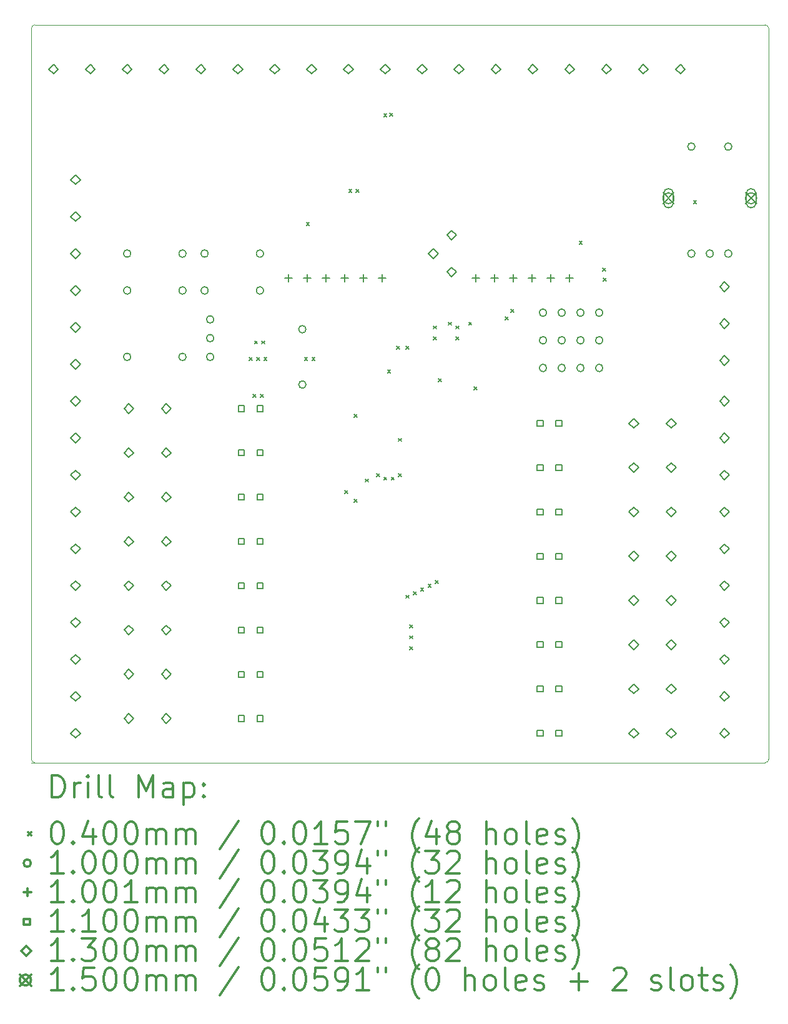
<source format=gbr>
%FSLAX45Y45*%
G04 Gerber Fmt 4.5, Leading zero omitted, Abs format (unit mm)*
G04 Created by KiCad (PCBNEW (5.1.10)-1) date 2021-06-11 23:30:16*
%MOMM*%
%LPD*%
G01*
G04 APERTURE LIST*
%TA.AperFunction,Profile*%
%ADD10C,0.100000*%
%TD*%
%ADD11C,0.200000*%
%ADD12C,0.300000*%
G04 APERTURE END LIST*
D10*
X17225000Y-13425000D02*
G75*
G02*
X17175000Y-13475000I-50000J0D01*
G01*
X7275000Y-13475000D02*
G75*
G02*
X7225000Y-13425000I0J50000D01*
G01*
X7225000Y-3525000D02*
G75*
G02*
X7275000Y-3475000I50000J0D01*
G01*
X17225000Y-13425000D02*
X17225000Y-3525000D01*
X17175000Y-3475000D02*
G75*
G02*
X17225000Y-3525000I0J-50000D01*
G01*
X7225000Y-13475000D02*
X17175000Y-13475000D01*
X7225000Y-3525000D02*
X7225000Y-13425000D01*
X17175000Y-3475000D02*
X7275000Y-3475000D01*
D11*
X10180000Y-7980000D02*
X10220000Y-8020000D01*
X10220000Y-7980000D02*
X10180000Y-8020000D01*
X10230000Y-8480000D02*
X10270000Y-8520000D01*
X10270000Y-8480000D02*
X10230000Y-8520000D01*
X10251000Y-7759000D02*
X10291000Y-7799000D01*
X10291000Y-7759000D02*
X10251000Y-7799000D01*
X10280000Y-7980000D02*
X10320000Y-8020000D01*
X10320000Y-7980000D02*
X10280000Y-8020000D01*
X10330000Y-8480000D02*
X10370000Y-8520000D01*
X10370000Y-8480000D02*
X10330000Y-8520000D01*
X10351000Y-7759000D02*
X10391000Y-7799000D01*
X10391000Y-7759000D02*
X10351000Y-7799000D01*
X10380000Y-7980000D02*
X10420000Y-8020000D01*
X10420000Y-7980000D02*
X10380000Y-8020000D01*
X10930000Y-7980000D02*
X10970000Y-8020000D01*
X10970000Y-7980000D02*
X10930000Y-8020000D01*
X10955000Y-6155000D02*
X10995000Y-6195000D01*
X10995000Y-6155000D02*
X10955000Y-6195000D01*
X11030000Y-7980000D02*
X11070000Y-8020000D01*
X11070000Y-7980000D02*
X11030000Y-8020000D01*
X11472500Y-9787500D02*
X11512500Y-9827500D01*
X11512500Y-9787500D02*
X11472500Y-9827500D01*
X11530000Y-5705000D02*
X11570000Y-5745000D01*
X11570000Y-5705000D02*
X11530000Y-5745000D01*
X11605000Y-8755000D02*
X11645000Y-8795000D01*
X11645000Y-8755000D02*
X11605000Y-8795000D01*
X11605000Y-9905000D02*
X11645000Y-9945000D01*
X11645000Y-9905000D02*
X11605000Y-9945000D01*
X11630000Y-5705000D02*
X11670000Y-5745000D01*
X11670000Y-5705000D02*
X11630000Y-5745000D01*
X11755000Y-9630000D02*
X11795000Y-9670000D01*
X11795000Y-9630000D02*
X11755000Y-9670000D01*
X11905000Y-9555000D02*
X11945000Y-9595000D01*
X11945000Y-9555000D02*
X11905000Y-9595000D01*
X12005000Y-4680000D02*
X12045000Y-4720000D01*
X12045000Y-4680000D02*
X12005000Y-4720000D01*
X12005000Y-9605000D02*
X12045000Y-9645000D01*
X12045000Y-9605000D02*
X12005000Y-9645000D01*
X12055000Y-8155000D02*
X12095000Y-8195000D01*
X12095000Y-8155000D02*
X12055000Y-8195000D01*
X12087500Y-4672500D02*
X12127500Y-4712500D01*
X12127500Y-4672500D02*
X12087500Y-4712500D01*
X12105000Y-9605000D02*
X12145000Y-9645000D01*
X12145000Y-9605000D02*
X12105000Y-9645000D01*
X12180000Y-7830000D02*
X12220000Y-7870000D01*
X12220000Y-7830000D02*
X12180000Y-7870000D01*
X12205000Y-9080000D02*
X12245000Y-9120000D01*
X12245000Y-9080000D02*
X12205000Y-9120000D01*
X12205000Y-9555000D02*
X12245000Y-9595000D01*
X12245000Y-9555000D02*
X12205000Y-9595000D01*
X12305000Y-7830000D02*
X12345000Y-7870000D01*
X12345000Y-7830000D02*
X12305000Y-7870000D01*
X12305000Y-11205000D02*
X12345000Y-11245000D01*
X12345000Y-11205000D02*
X12305000Y-11245000D01*
X12355000Y-11605000D02*
X12395000Y-11645000D01*
X12395000Y-11605000D02*
X12355000Y-11645000D01*
X12355000Y-11755000D02*
X12395000Y-11795000D01*
X12395000Y-11755000D02*
X12355000Y-11795000D01*
X12355000Y-11905000D02*
X12395000Y-11945000D01*
X12395000Y-11905000D02*
X12355000Y-11945000D01*
X12405000Y-11155000D02*
X12445000Y-11195000D01*
X12445000Y-11155000D02*
X12405000Y-11195000D01*
X12505000Y-11105000D02*
X12545000Y-11145000D01*
X12545000Y-11105000D02*
X12505000Y-11145000D01*
X12605000Y-11055000D02*
X12645000Y-11095000D01*
X12645000Y-11055000D02*
X12605000Y-11095000D01*
X12680000Y-7555000D02*
X12720000Y-7595000D01*
X12720000Y-7555000D02*
X12680000Y-7595000D01*
X12680000Y-7705000D02*
X12720000Y-7745000D01*
X12720000Y-7705000D02*
X12680000Y-7745000D01*
X12704984Y-11005016D02*
X12744984Y-11045016D01*
X12744984Y-11005016D02*
X12704984Y-11045016D01*
X12742500Y-8267500D02*
X12782500Y-8307500D01*
X12782500Y-8267500D02*
X12742500Y-8307500D01*
X12880000Y-7505000D02*
X12920000Y-7545000D01*
X12920000Y-7505000D02*
X12880000Y-7545000D01*
X12980000Y-7555000D02*
X13020000Y-7595000D01*
X13020000Y-7555000D02*
X12980000Y-7595000D01*
X12980000Y-7705000D02*
X13020000Y-7745000D01*
X13020000Y-7705000D02*
X12980000Y-7745000D01*
X13155000Y-7505000D02*
X13195000Y-7545000D01*
X13195000Y-7505000D02*
X13155000Y-7545000D01*
X13229500Y-8380500D02*
X13269500Y-8420500D01*
X13269500Y-8380500D02*
X13229500Y-8420500D01*
X13652500Y-7432500D02*
X13692500Y-7472500D01*
X13692500Y-7432500D02*
X13652500Y-7472500D01*
X13730000Y-7330000D02*
X13770000Y-7370000D01*
X13770000Y-7330000D02*
X13730000Y-7370000D01*
X14655000Y-6405000D02*
X14695000Y-6445000D01*
X14695000Y-6405000D02*
X14655000Y-6445000D01*
X14971794Y-6774529D02*
X15011794Y-6814529D01*
X15011794Y-6774529D02*
X14971794Y-6814529D01*
X14980000Y-6905000D02*
X15020000Y-6945000D01*
X15020000Y-6905000D02*
X14980000Y-6945000D01*
X16205000Y-5855000D02*
X16245000Y-5895000D01*
X16245000Y-5855000D02*
X16205000Y-5895000D01*
X8575000Y-6575000D02*
G75*
G03*
X8575000Y-6575000I-50000J0D01*
G01*
X8575000Y-7075000D02*
G75*
G03*
X8575000Y-7075000I-50000J0D01*
G01*
X8575000Y-7975000D02*
G75*
G03*
X8575000Y-7975000I-50000J0D01*
G01*
X9325000Y-6575000D02*
G75*
G03*
X9325000Y-6575000I-50000J0D01*
G01*
X9325000Y-7075000D02*
G75*
G03*
X9325000Y-7075000I-50000J0D01*
G01*
X9325000Y-7975000D02*
G75*
G03*
X9325000Y-7975000I-50000J0D01*
G01*
X9625000Y-6575000D02*
G75*
G03*
X9625000Y-6575000I-50000J0D01*
G01*
X9625000Y-7075000D02*
G75*
G03*
X9625000Y-7075000I-50000J0D01*
G01*
X9700000Y-7467000D02*
G75*
G03*
X9700000Y-7467000I-50000J0D01*
G01*
X9700000Y-7721000D02*
G75*
G03*
X9700000Y-7721000I-50000J0D01*
G01*
X9700000Y-7975000D02*
G75*
G03*
X9700000Y-7975000I-50000J0D01*
G01*
X10375000Y-6575000D02*
G75*
G03*
X10375000Y-6575000I-50000J0D01*
G01*
X10375000Y-7075000D02*
G75*
G03*
X10375000Y-7075000I-50000J0D01*
G01*
X10950000Y-7600000D02*
G75*
G03*
X10950000Y-7600000I-50000J0D01*
G01*
X10950000Y-8350000D02*
G75*
G03*
X10950000Y-8350000I-50000J0D01*
G01*
X14213000Y-7375000D02*
G75*
G03*
X14213000Y-7375000I-50000J0D01*
G01*
X14213000Y-7750000D02*
G75*
G03*
X14213000Y-7750000I-50000J0D01*
G01*
X14213000Y-8125000D02*
G75*
G03*
X14213000Y-8125000I-50000J0D01*
G01*
X14467000Y-7375000D02*
G75*
G03*
X14467000Y-7375000I-50000J0D01*
G01*
X14467000Y-7750000D02*
G75*
G03*
X14467000Y-7750000I-50000J0D01*
G01*
X14467000Y-8125000D02*
G75*
G03*
X14467000Y-8125000I-50000J0D01*
G01*
X14721000Y-7375000D02*
G75*
G03*
X14721000Y-7375000I-50000J0D01*
G01*
X14721000Y-7750000D02*
G75*
G03*
X14721000Y-7750000I-50000J0D01*
G01*
X14721000Y-8125000D02*
G75*
G03*
X14721000Y-8125000I-50000J0D01*
G01*
X14975000Y-7375000D02*
G75*
G03*
X14975000Y-7375000I-50000J0D01*
G01*
X14975000Y-7750000D02*
G75*
G03*
X14975000Y-7750000I-50000J0D01*
G01*
X14975000Y-8125000D02*
G75*
G03*
X14975000Y-8125000I-50000J0D01*
G01*
X16225000Y-5125000D02*
G75*
G03*
X16225000Y-5125000I-50000J0D01*
G01*
X16225000Y-6575000D02*
G75*
G03*
X16225000Y-6575000I-50000J0D01*
G01*
X16475000Y-6575000D02*
G75*
G03*
X16475000Y-6575000I-50000J0D01*
G01*
X16725000Y-5125000D02*
G75*
G03*
X16725000Y-5125000I-50000J0D01*
G01*
X16725000Y-6575000D02*
G75*
G03*
X16725000Y-6575000I-50000J0D01*
G01*
X10715106Y-6854992D02*
X10715106Y-6955068D01*
X10665068Y-6905030D02*
X10765144Y-6905030D01*
X10969106Y-6854992D02*
X10969106Y-6955068D01*
X10919068Y-6905030D02*
X11019144Y-6905030D01*
X11223106Y-6854992D02*
X11223106Y-6955068D01*
X11173068Y-6905030D02*
X11273144Y-6905030D01*
X11477106Y-6854992D02*
X11477106Y-6955068D01*
X11427068Y-6905030D02*
X11527144Y-6905030D01*
X11731106Y-6854992D02*
X11731106Y-6955068D01*
X11681068Y-6905030D02*
X11781144Y-6905030D01*
X11985106Y-6854992D02*
X11985106Y-6955068D01*
X11935068Y-6905030D02*
X12035144Y-6905030D01*
X13255106Y-6854992D02*
X13255106Y-6955068D01*
X13205068Y-6905030D02*
X13305144Y-6905030D01*
X13509106Y-6854992D02*
X13509106Y-6955068D01*
X13459068Y-6905030D02*
X13559144Y-6905030D01*
X13763106Y-6854992D02*
X13763106Y-6955068D01*
X13713068Y-6905030D02*
X13813144Y-6905030D01*
X14017106Y-6854992D02*
X14017106Y-6955068D01*
X13967068Y-6905030D02*
X14067144Y-6905030D01*
X14271106Y-6854992D02*
X14271106Y-6955068D01*
X14221068Y-6905030D02*
X14321144Y-6905030D01*
X14525106Y-6854992D02*
X14525106Y-6955068D01*
X14475068Y-6905030D02*
X14575144Y-6905030D01*
X10109891Y-8713891D02*
X10109891Y-8636109D01*
X10032109Y-8636109D01*
X10032109Y-8713891D01*
X10109891Y-8713891D01*
X10109891Y-9313891D02*
X10109891Y-9236109D01*
X10032109Y-9236109D01*
X10032109Y-9313891D01*
X10109891Y-9313891D01*
X10109891Y-9913891D02*
X10109891Y-9836109D01*
X10032109Y-9836109D01*
X10032109Y-9913891D01*
X10109891Y-9913891D01*
X10109891Y-10513891D02*
X10109891Y-10436109D01*
X10032109Y-10436109D01*
X10032109Y-10513891D01*
X10109891Y-10513891D01*
X10109891Y-11113891D02*
X10109891Y-11036109D01*
X10032109Y-11036109D01*
X10032109Y-11113891D01*
X10109891Y-11113891D01*
X10109891Y-11713891D02*
X10109891Y-11636109D01*
X10032109Y-11636109D01*
X10032109Y-11713891D01*
X10109891Y-11713891D01*
X10109891Y-12313891D02*
X10109891Y-12236109D01*
X10032109Y-12236109D01*
X10032109Y-12313891D01*
X10109891Y-12313891D01*
X10109891Y-12913891D02*
X10109891Y-12836109D01*
X10032109Y-12836109D01*
X10032109Y-12913891D01*
X10109891Y-12913891D01*
X10363891Y-8713891D02*
X10363891Y-8636109D01*
X10286109Y-8636109D01*
X10286109Y-8713891D01*
X10363891Y-8713891D01*
X10363891Y-9313891D02*
X10363891Y-9236109D01*
X10286109Y-9236109D01*
X10286109Y-9313891D01*
X10363891Y-9313891D01*
X10363891Y-9913891D02*
X10363891Y-9836109D01*
X10286109Y-9836109D01*
X10286109Y-9913891D01*
X10363891Y-9913891D01*
X10363891Y-10513891D02*
X10363891Y-10436109D01*
X10286109Y-10436109D01*
X10286109Y-10513891D01*
X10363891Y-10513891D01*
X10363891Y-11113891D02*
X10363891Y-11036109D01*
X10286109Y-11036109D01*
X10286109Y-11113891D01*
X10363891Y-11113891D01*
X10363891Y-11713891D02*
X10363891Y-11636109D01*
X10286109Y-11636109D01*
X10286109Y-11713891D01*
X10363891Y-11713891D01*
X10363891Y-12313891D02*
X10363891Y-12236109D01*
X10286109Y-12236109D01*
X10286109Y-12313891D01*
X10363891Y-12313891D01*
X10363891Y-12913891D02*
X10363891Y-12836109D01*
X10286109Y-12836109D01*
X10286109Y-12913891D01*
X10363891Y-12913891D01*
X14163891Y-8913891D02*
X14163891Y-8836109D01*
X14086109Y-8836109D01*
X14086109Y-8913891D01*
X14163891Y-8913891D01*
X14163891Y-9513891D02*
X14163891Y-9436109D01*
X14086109Y-9436109D01*
X14086109Y-9513891D01*
X14163891Y-9513891D01*
X14163891Y-10113891D02*
X14163891Y-10036109D01*
X14086109Y-10036109D01*
X14086109Y-10113891D01*
X14163891Y-10113891D01*
X14163891Y-10713891D02*
X14163891Y-10636109D01*
X14086109Y-10636109D01*
X14086109Y-10713891D01*
X14163891Y-10713891D01*
X14163891Y-11313891D02*
X14163891Y-11236109D01*
X14086109Y-11236109D01*
X14086109Y-11313891D01*
X14163891Y-11313891D01*
X14163891Y-11913891D02*
X14163891Y-11836109D01*
X14086109Y-11836109D01*
X14086109Y-11913891D01*
X14163891Y-11913891D01*
X14163891Y-12513891D02*
X14163891Y-12436109D01*
X14086109Y-12436109D01*
X14086109Y-12513891D01*
X14163891Y-12513891D01*
X14163891Y-13113891D02*
X14163891Y-13036109D01*
X14086109Y-13036109D01*
X14086109Y-13113891D01*
X14163891Y-13113891D01*
X14417891Y-8913891D02*
X14417891Y-8836109D01*
X14340109Y-8836109D01*
X14340109Y-8913891D01*
X14417891Y-8913891D01*
X14417891Y-9513891D02*
X14417891Y-9436109D01*
X14340109Y-9436109D01*
X14340109Y-9513891D01*
X14417891Y-9513891D01*
X14417891Y-10113891D02*
X14417891Y-10036109D01*
X14340109Y-10036109D01*
X14340109Y-10113891D01*
X14417891Y-10113891D01*
X14417891Y-10713891D02*
X14417891Y-10636109D01*
X14340109Y-10636109D01*
X14340109Y-10713891D01*
X14417891Y-10713891D01*
X14417891Y-11313891D02*
X14417891Y-11236109D01*
X14340109Y-11236109D01*
X14340109Y-11313891D01*
X14417891Y-11313891D01*
X14417891Y-11913891D02*
X14417891Y-11836109D01*
X14340109Y-11836109D01*
X14340109Y-11913891D01*
X14417891Y-11913891D01*
X14417891Y-12513891D02*
X14417891Y-12436109D01*
X14340109Y-12436109D01*
X14340109Y-12513891D01*
X14417891Y-12513891D01*
X14417891Y-13113891D02*
X14417891Y-13036109D01*
X14340109Y-13036109D01*
X14340109Y-13113891D01*
X14417891Y-13113891D01*
X7525000Y-4140000D02*
X7590000Y-4075000D01*
X7525000Y-4010000D01*
X7460000Y-4075000D01*
X7525000Y-4140000D01*
X7825000Y-5640000D02*
X7890000Y-5575000D01*
X7825000Y-5510000D01*
X7760000Y-5575000D01*
X7825000Y-5640000D01*
X7825000Y-6140000D02*
X7890000Y-6075000D01*
X7825000Y-6010000D01*
X7760000Y-6075000D01*
X7825000Y-6140000D01*
X7825000Y-6640000D02*
X7890000Y-6575000D01*
X7825000Y-6510000D01*
X7760000Y-6575000D01*
X7825000Y-6640000D01*
X7825000Y-7140000D02*
X7890000Y-7075000D01*
X7825000Y-7010000D01*
X7760000Y-7075000D01*
X7825000Y-7140000D01*
X7825000Y-7640000D02*
X7890000Y-7575000D01*
X7825000Y-7510000D01*
X7760000Y-7575000D01*
X7825000Y-7640000D01*
X7825000Y-8140000D02*
X7890000Y-8075000D01*
X7825000Y-8010000D01*
X7760000Y-8075000D01*
X7825000Y-8140000D01*
X7825000Y-8640000D02*
X7890000Y-8575000D01*
X7825000Y-8510000D01*
X7760000Y-8575000D01*
X7825000Y-8640000D01*
X7825000Y-9140000D02*
X7890000Y-9075000D01*
X7825000Y-9010000D01*
X7760000Y-9075000D01*
X7825000Y-9140000D01*
X7825000Y-9640000D02*
X7890000Y-9575000D01*
X7825000Y-9510000D01*
X7760000Y-9575000D01*
X7825000Y-9640000D01*
X7825000Y-10140000D02*
X7890000Y-10075000D01*
X7825000Y-10010000D01*
X7760000Y-10075000D01*
X7825000Y-10140000D01*
X7825000Y-10640000D02*
X7890000Y-10575000D01*
X7825000Y-10510000D01*
X7760000Y-10575000D01*
X7825000Y-10640000D01*
X7825000Y-11140000D02*
X7890000Y-11075000D01*
X7825000Y-11010000D01*
X7760000Y-11075000D01*
X7825000Y-11140000D01*
X7825000Y-11640000D02*
X7890000Y-11575000D01*
X7825000Y-11510000D01*
X7760000Y-11575000D01*
X7825000Y-11640000D01*
X7825000Y-12140000D02*
X7890000Y-12075000D01*
X7825000Y-12010000D01*
X7760000Y-12075000D01*
X7825000Y-12140000D01*
X7825000Y-12640000D02*
X7890000Y-12575000D01*
X7825000Y-12510000D01*
X7760000Y-12575000D01*
X7825000Y-12640000D01*
X7825000Y-13140000D02*
X7890000Y-13075000D01*
X7825000Y-13010000D01*
X7760000Y-13075000D01*
X7825000Y-13140000D01*
X8025000Y-4140000D02*
X8090000Y-4075000D01*
X8025000Y-4010000D01*
X7960000Y-4075000D01*
X8025000Y-4140000D01*
X8525000Y-4140000D02*
X8590000Y-4075000D01*
X8525000Y-4010000D01*
X8460000Y-4075000D01*
X8525000Y-4140000D01*
X8547000Y-8740000D02*
X8612000Y-8675000D01*
X8547000Y-8610000D01*
X8482000Y-8675000D01*
X8547000Y-8740000D01*
X8547000Y-9340000D02*
X8612000Y-9275000D01*
X8547000Y-9210000D01*
X8482000Y-9275000D01*
X8547000Y-9340000D01*
X8547000Y-9940000D02*
X8612000Y-9875000D01*
X8547000Y-9810000D01*
X8482000Y-9875000D01*
X8547000Y-9940000D01*
X8547000Y-10540000D02*
X8612000Y-10475000D01*
X8547000Y-10410000D01*
X8482000Y-10475000D01*
X8547000Y-10540000D01*
X8547000Y-11140000D02*
X8612000Y-11075000D01*
X8547000Y-11010000D01*
X8482000Y-11075000D01*
X8547000Y-11140000D01*
X8547000Y-11740000D02*
X8612000Y-11675000D01*
X8547000Y-11610000D01*
X8482000Y-11675000D01*
X8547000Y-11740000D01*
X8547000Y-12340000D02*
X8612000Y-12275000D01*
X8547000Y-12210000D01*
X8482000Y-12275000D01*
X8547000Y-12340000D01*
X8547000Y-12940000D02*
X8612000Y-12875000D01*
X8547000Y-12810000D01*
X8482000Y-12875000D01*
X8547000Y-12940000D01*
X9025000Y-4140000D02*
X9090000Y-4075000D01*
X9025000Y-4010000D01*
X8960000Y-4075000D01*
X9025000Y-4140000D01*
X9055000Y-8740000D02*
X9120000Y-8675000D01*
X9055000Y-8610000D01*
X8990000Y-8675000D01*
X9055000Y-8740000D01*
X9055000Y-9340000D02*
X9120000Y-9275000D01*
X9055000Y-9210000D01*
X8990000Y-9275000D01*
X9055000Y-9340000D01*
X9055000Y-9940000D02*
X9120000Y-9875000D01*
X9055000Y-9810000D01*
X8990000Y-9875000D01*
X9055000Y-9940000D01*
X9055000Y-10540000D02*
X9120000Y-10475000D01*
X9055000Y-10410000D01*
X8990000Y-10475000D01*
X9055000Y-10540000D01*
X9055000Y-11140000D02*
X9120000Y-11075000D01*
X9055000Y-11010000D01*
X8990000Y-11075000D01*
X9055000Y-11140000D01*
X9055000Y-11740000D02*
X9120000Y-11675000D01*
X9055000Y-11610000D01*
X8990000Y-11675000D01*
X9055000Y-11740000D01*
X9055000Y-12340000D02*
X9120000Y-12275000D01*
X9055000Y-12210000D01*
X8990000Y-12275000D01*
X9055000Y-12340000D01*
X9055000Y-12940000D02*
X9120000Y-12875000D01*
X9055000Y-12810000D01*
X8990000Y-12875000D01*
X9055000Y-12940000D01*
X9525000Y-4140000D02*
X9590000Y-4075000D01*
X9525000Y-4010000D01*
X9460000Y-4075000D01*
X9525000Y-4140000D01*
X10025000Y-4140000D02*
X10090000Y-4075000D01*
X10025000Y-4010000D01*
X9960000Y-4075000D01*
X10025000Y-4140000D01*
X10525000Y-4140000D02*
X10590000Y-4075000D01*
X10525000Y-4010000D01*
X10460000Y-4075000D01*
X10525000Y-4140000D01*
X11025000Y-4140000D02*
X11090000Y-4075000D01*
X11025000Y-4010000D01*
X10960000Y-4075000D01*
X11025000Y-4140000D01*
X11525000Y-4140000D02*
X11590000Y-4075000D01*
X11525000Y-4010000D01*
X11460000Y-4075000D01*
X11525000Y-4140000D01*
X12025000Y-4140000D02*
X12090000Y-4075000D01*
X12025000Y-4010000D01*
X11960000Y-4075000D01*
X12025000Y-4140000D01*
X12525000Y-4140000D02*
X12590000Y-4075000D01*
X12525000Y-4010000D01*
X12460000Y-4075000D01*
X12525000Y-4140000D01*
X12675000Y-6640000D02*
X12740000Y-6575000D01*
X12675000Y-6510000D01*
X12610000Y-6575000D01*
X12675000Y-6640000D01*
X12925000Y-6390000D02*
X12990000Y-6325000D01*
X12925000Y-6260000D01*
X12860000Y-6325000D01*
X12925000Y-6390000D01*
X12925000Y-6890000D02*
X12990000Y-6825000D01*
X12925000Y-6760000D01*
X12860000Y-6825000D01*
X12925000Y-6890000D01*
X13025000Y-4140000D02*
X13090000Y-4075000D01*
X13025000Y-4010000D01*
X12960000Y-4075000D01*
X13025000Y-4140000D01*
X13525000Y-4140000D02*
X13590000Y-4075000D01*
X13525000Y-4010000D01*
X13460000Y-4075000D01*
X13525000Y-4140000D01*
X14025000Y-4140000D02*
X14090000Y-4075000D01*
X14025000Y-4010000D01*
X13960000Y-4075000D01*
X14025000Y-4140000D01*
X14525000Y-4140000D02*
X14590000Y-4075000D01*
X14525000Y-4010000D01*
X14460000Y-4075000D01*
X14525000Y-4140000D01*
X15025000Y-4140000D02*
X15090000Y-4075000D01*
X15025000Y-4010000D01*
X14960000Y-4075000D01*
X15025000Y-4140000D01*
X15395000Y-8940000D02*
X15460000Y-8875000D01*
X15395000Y-8810000D01*
X15330000Y-8875000D01*
X15395000Y-8940000D01*
X15395000Y-9540000D02*
X15460000Y-9475000D01*
X15395000Y-9410000D01*
X15330000Y-9475000D01*
X15395000Y-9540000D01*
X15395000Y-10140000D02*
X15460000Y-10075000D01*
X15395000Y-10010000D01*
X15330000Y-10075000D01*
X15395000Y-10140000D01*
X15395000Y-10740000D02*
X15460000Y-10675000D01*
X15395000Y-10610000D01*
X15330000Y-10675000D01*
X15395000Y-10740000D01*
X15395000Y-11340000D02*
X15460000Y-11275000D01*
X15395000Y-11210000D01*
X15330000Y-11275000D01*
X15395000Y-11340000D01*
X15395000Y-11940000D02*
X15460000Y-11875000D01*
X15395000Y-11810000D01*
X15330000Y-11875000D01*
X15395000Y-11940000D01*
X15395000Y-12540000D02*
X15460000Y-12475000D01*
X15395000Y-12410000D01*
X15330000Y-12475000D01*
X15395000Y-12540000D01*
X15395000Y-13140000D02*
X15460000Y-13075000D01*
X15395000Y-13010000D01*
X15330000Y-13075000D01*
X15395000Y-13140000D01*
X15525000Y-4140000D02*
X15590000Y-4075000D01*
X15525000Y-4010000D01*
X15460000Y-4075000D01*
X15525000Y-4140000D01*
X15903000Y-8940000D02*
X15968000Y-8875000D01*
X15903000Y-8810000D01*
X15838000Y-8875000D01*
X15903000Y-8940000D01*
X15903000Y-9540000D02*
X15968000Y-9475000D01*
X15903000Y-9410000D01*
X15838000Y-9475000D01*
X15903000Y-9540000D01*
X15903000Y-10140000D02*
X15968000Y-10075000D01*
X15903000Y-10010000D01*
X15838000Y-10075000D01*
X15903000Y-10140000D01*
X15903000Y-10740000D02*
X15968000Y-10675000D01*
X15903000Y-10610000D01*
X15838000Y-10675000D01*
X15903000Y-10740000D01*
X15903000Y-11340000D02*
X15968000Y-11275000D01*
X15903000Y-11210000D01*
X15838000Y-11275000D01*
X15903000Y-11340000D01*
X15903000Y-11940000D02*
X15968000Y-11875000D01*
X15903000Y-11810000D01*
X15838000Y-11875000D01*
X15903000Y-11940000D01*
X15903000Y-12540000D02*
X15968000Y-12475000D01*
X15903000Y-12410000D01*
X15838000Y-12475000D01*
X15903000Y-12540000D01*
X15903000Y-13140000D02*
X15968000Y-13075000D01*
X15903000Y-13010000D01*
X15838000Y-13075000D01*
X15903000Y-13140000D01*
X16025000Y-4140000D02*
X16090000Y-4075000D01*
X16025000Y-4010000D01*
X15960000Y-4075000D01*
X16025000Y-4140000D01*
X16625000Y-7090000D02*
X16690000Y-7025000D01*
X16625000Y-6960000D01*
X16560000Y-7025000D01*
X16625000Y-7090000D01*
X16625000Y-7590000D02*
X16690000Y-7525000D01*
X16625000Y-7460000D01*
X16560000Y-7525000D01*
X16625000Y-7590000D01*
X16625000Y-8090000D02*
X16690000Y-8025000D01*
X16625000Y-7960000D01*
X16560000Y-8025000D01*
X16625000Y-8090000D01*
X16625000Y-8640000D02*
X16690000Y-8575000D01*
X16625000Y-8510000D01*
X16560000Y-8575000D01*
X16625000Y-8640000D01*
X16625000Y-9140000D02*
X16690000Y-9075000D01*
X16625000Y-9010000D01*
X16560000Y-9075000D01*
X16625000Y-9140000D01*
X16625000Y-9640000D02*
X16690000Y-9575000D01*
X16625000Y-9510000D01*
X16560000Y-9575000D01*
X16625000Y-9640000D01*
X16625000Y-10140000D02*
X16690000Y-10075000D01*
X16625000Y-10010000D01*
X16560000Y-10075000D01*
X16625000Y-10140000D01*
X16625000Y-10640000D02*
X16690000Y-10575000D01*
X16625000Y-10510000D01*
X16560000Y-10575000D01*
X16625000Y-10640000D01*
X16625000Y-11140000D02*
X16690000Y-11075000D01*
X16625000Y-11010000D01*
X16560000Y-11075000D01*
X16625000Y-11140000D01*
X16625000Y-11640000D02*
X16690000Y-11575000D01*
X16625000Y-11510000D01*
X16560000Y-11575000D01*
X16625000Y-11640000D01*
X16625000Y-12140000D02*
X16690000Y-12075000D01*
X16625000Y-12010000D01*
X16560000Y-12075000D01*
X16625000Y-12140000D01*
X16625000Y-12640000D02*
X16690000Y-12575000D01*
X16625000Y-12510000D01*
X16560000Y-12575000D01*
X16625000Y-12640000D01*
X16625000Y-13140000D02*
X16690000Y-13075000D01*
X16625000Y-13010000D01*
X16560000Y-13075000D01*
X16625000Y-13140000D01*
X15790000Y-5750000D02*
X15940000Y-5900000D01*
X15940000Y-5750000D02*
X15790000Y-5900000D01*
X15940000Y-5825000D02*
G75*
G03*
X15940000Y-5825000I-75000J0D01*
G01*
X15930000Y-5890000D02*
X15930000Y-5760000D01*
X15800000Y-5890000D02*
X15800000Y-5760000D01*
X15930000Y-5760000D02*
G75*
G03*
X15800000Y-5760000I-65000J0D01*
G01*
X15800000Y-5890000D02*
G75*
G03*
X15930000Y-5890000I65000J0D01*
G01*
X16910000Y-5750000D02*
X17060000Y-5900000D01*
X17060000Y-5750000D02*
X16910000Y-5900000D01*
X17060000Y-5825000D02*
G75*
G03*
X17060000Y-5825000I-75000J0D01*
G01*
X17050000Y-5890000D02*
X17050000Y-5760000D01*
X16920000Y-5890000D02*
X16920000Y-5760000D01*
X17050000Y-5760000D02*
G75*
G03*
X16920000Y-5760000I-65000J0D01*
G01*
X16920000Y-5890000D02*
G75*
G03*
X17050000Y-5890000I65000J0D01*
G01*
D12*
X7506428Y-13945714D02*
X7506428Y-13645714D01*
X7577857Y-13645714D01*
X7620714Y-13660000D01*
X7649286Y-13688571D01*
X7663571Y-13717143D01*
X7677857Y-13774286D01*
X7677857Y-13817143D01*
X7663571Y-13874286D01*
X7649286Y-13902857D01*
X7620714Y-13931429D01*
X7577857Y-13945714D01*
X7506428Y-13945714D01*
X7806428Y-13945714D02*
X7806428Y-13745714D01*
X7806428Y-13802857D02*
X7820714Y-13774286D01*
X7835000Y-13760000D01*
X7863571Y-13745714D01*
X7892143Y-13745714D01*
X7992143Y-13945714D02*
X7992143Y-13745714D01*
X7992143Y-13645714D02*
X7977857Y-13660000D01*
X7992143Y-13674286D01*
X8006428Y-13660000D01*
X7992143Y-13645714D01*
X7992143Y-13674286D01*
X8177857Y-13945714D02*
X8149286Y-13931429D01*
X8135000Y-13902857D01*
X8135000Y-13645714D01*
X8335000Y-13945714D02*
X8306428Y-13931429D01*
X8292143Y-13902857D01*
X8292143Y-13645714D01*
X8677857Y-13945714D02*
X8677857Y-13645714D01*
X8777857Y-13860000D01*
X8877857Y-13645714D01*
X8877857Y-13945714D01*
X9149286Y-13945714D02*
X9149286Y-13788571D01*
X9135000Y-13760000D01*
X9106428Y-13745714D01*
X9049286Y-13745714D01*
X9020714Y-13760000D01*
X9149286Y-13931429D02*
X9120714Y-13945714D01*
X9049286Y-13945714D01*
X9020714Y-13931429D01*
X9006428Y-13902857D01*
X9006428Y-13874286D01*
X9020714Y-13845714D01*
X9049286Y-13831429D01*
X9120714Y-13831429D01*
X9149286Y-13817143D01*
X9292143Y-13745714D02*
X9292143Y-14045714D01*
X9292143Y-13760000D02*
X9320714Y-13745714D01*
X9377857Y-13745714D01*
X9406428Y-13760000D01*
X9420714Y-13774286D01*
X9435000Y-13802857D01*
X9435000Y-13888571D01*
X9420714Y-13917143D01*
X9406428Y-13931429D01*
X9377857Y-13945714D01*
X9320714Y-13945714D01*
X9292143Y-13931429D01*
X9563571Y-13917143D02*
X9577857Y-13931429D01*
X9563571Y-13945714D01*
X9549286Y-13931429D01*
X9563571Y-13917143D01*
X9563571Y-13945714D01*
X9563571Y-13760000D02*
X9577857Y-13774286D01*
X9563571Y-13788571D01*
X9549286Y-13774286D01*
X9563571Y-13760000D01*
X9563571Y-13788571D01*
X7180000Y-14420000D02*
X7220000Y-14460000D01*
X7220000Y-14420000D02*
X7180000Y-14460000D01*
X7563571Y-14275714D02*
X7592143Y-14275714D01*
X7620714Y-14290000D01*
X7635000Y-14304286D01*
X7649286Y-14332857D01*
X7663571Y-14390000D01*
X7663571Y-14461429D01*
X7649286Y-14518571D01*
X7635000Y-14547143D01*
X7620714Y-14561429D01*
X7592143Y-14575714D01*
X7563571Y-14575714D01*
X7535000Y-14561429D01*
X7520714Y-14547143D01*
X7506428Y-14518571D01*
X7492143Y-14461429D01*
X7492143Y-14390000D01*
X7506428Y-14332857D01*
X7520714Y-14304286D01*
X7535000Y-14290000D01*
X7563571Y-14275714D01*
X7792143Y-14547143D02*
X7806428Y-14561429D01*
X7792143Y-14575714D01*
X7777857Y-14561429D01*
X7792143Y-14547143D01*
X7792143Y-14575714D01*
X8063571Y-14375714D02*
X8063571Y-14575714D01*
X7992143Y-14261429D02*
X7920714Y-14475714D01*
X8106428Y-14475714D01*
X8277857Y-14275714D02*
X8306428Y-14275714D01*
X8335000Y-14290000D01*
X8349286Y-14304286D01*
X8363571Y-14332857D01*
X8377857Y-14390000D01*
X8377857Y-14461429D01*
X8363571Y-14518571D01*
X8349286Y-14547143D01*
X8335000Y-14561429D01*
X8306428Y-14575714D01*
X8277857Y-14575714D01*
X8249286Y-14561429D01*
X8235000Y-14547143D01*
X8220714Y-14518571D01*
X8206428Y-14461429D01*
X8206428Y-14390000D01*
X8220714Y-14332857D01*
X8235000Y-14304286D01*
X8249286Y-14290000D01*
X8277857Y-14275714D01*
X8563571Y-14275714D02*
X8592143Y-14275714D01*
X8620714Y-14290000D01*
X8635000Y-14304286D01*
X8649286Y-14332857D01*
X8663571Y-14390000D01*
X8663571Y-14461429D01*
X8649286Y-14518571D01*
X8635000Y-14547143D01*
X8620714Y-14561429D01*
X8592143Y-14575714D01*
X8563571Y-14575714D01*
X8535000Y-14561429D01*
X8520714Y-14547143D01*
X8506428Y-14518571D01*
X8492143Y-14461429D01*
X8492143Y-14390000D01*
X8506428Y-14332857D01*
X8520714Y-14304286D01*
X8535000Y-14290000D01*
X8563571Y-14275714D01*
X8792143Y-14575714D02*
X8792143Y-14375714D01*
X8792143Y-14404286D02*
X8806428Y-14390000D01*
X8835000Y-14375714D01*
X8877857Y-14375714D01*
X8906428Y-14390000D01*
X8920714Y-14418571D01*
X8920714Y-14575714D01*
X8920714Y-14418571D02*
X8935000Y-14390000D01*
X8963571Y-14375714D01*
X9006428Y-14375714D01*
X9035000Y-14390000D01*
X9049286Y-14418571D01*
X9049286Y-14575714D01*
X9192143Y-14575714D02*
X9192143Y-14375714D01*
X9192143Y-14404286D02*
X9206428Y-14390000D01*
X9235000Y-14375714D01*
X9277857Y-14375714D01*
X9306428Y-14390000D01*
X9320714Y-14418571D01*
X9320714Y-14575714D01*
X9320714Y-14418571D02*
X9335000Y-14390000D01*
X9363571Y-14375714D01*
X9406428Y-14375714D01*
X9435000Y-14390000D01*
X9449286Y-14418571D01*
X9449286Y-14575714D01*
X10035000Y-14261429D02*
X9777857Y-14647143D01*
X10420714Y-14275714D02*
X10449286Y-14275714D01*
X10477857Y-14290000D01*
X10492143Y-14304286D01*
X10506428Y-14332857D01*
X10520714Y-14390000D01*
X10520714Y-14461429D01*
X10506428Y-14518571D01*
X10492143Y-14547143D01*
X10477857Y-14561429D01*
X10449286Y-14575714D01*
X10420714Y-14575714D01*
X10392143Y-14561429D01*
X10377857Y-14547143D01*
X10363571Y-14518571D01*
X10349286Y-14461429D01*
X10349286Y-14390000D01*
X10363571Y-14332857D01*
X10377857Y-14304286D01*
X10392143Y-14290000D01*
X10420714Y-14275714D01*
X10649286Y-14547143D02*
X10663571Y-14561429D01*
X10649286Y-14575714D01*
X10635000Y-14561429D01*
X10649286Y-14547143D01*
X10649286Y-14575714D01*
X10849286Y-14275714D02*
X10877857Y-14275714D01*
X10906428Y-14290000D01*
X10920714Y-14304286D01*
X10935000Y-14332857D01*
X10949286Y-14390000D01*
X10949286Y-14461429D01*
X10935000Y-14518571D01*
X10920714Y-14547143D01*
X10906428Y-14561429D01*
X10877857Y-14575714D01*
X10849286Y-14575714D01*
X10820714Y-14561429D01*
X10806428Y-14547143D01*
X10792143Y-14518571D01*
X10777857Y-14461429D01*
X10777857Y-14390000D01*
X10792143Y-14332857D01*
X10806428Y-14304286D01*
X10820714Y-14290000D01*
X10849286Y-14275714D01*
X11235000Y-14575714D02*
X11063571Y-14575714D01*
X11149286Y-14575714D02*
X11149286Y-14275714D01*
X11120714Y-14318571D01*
X11092143Y-14347143D01*
X11063571Y-14361429D01*
X11506428Y-14275714D02*
X11363571Y-14275714D01*
X11349286Y-14418571D01*
X11363571Y-14404286D01*
X11392143Y-14390000D01*
X11463571Y-14390000D01*
X11492143Y-14404286D01*
X11506428Y-14418571D01*
X11520714Y-14447143D01*
X11520714Y-14518571D01*
X11506428Y-14547143D01*
X11492143Y-14561429D01*
X11463571Y-14575714D01*
X11392143Y-14575714D01*
X11363571Y-14561429D01*
X11349286Y-14547143D01*
X11620714Y-14275714D02*
X11820714Y-14275714D01*
X11692143Y-14575714D01*
X11920714Y-14275714D02*
X11920714Y-14332857D01*
X12035000Y-14275714D02*
X12035000Y-14332857D01*
X12477857Y-14690000D02*
X12463571Y-14675714D01*
X12435000Y-14632857D01*
X12420714Y-14604286D01*
X12406428Y-14561429D01*
X12392143Y-14490000D01*
X12392143Y-14432857D01*
X12406428Y-14361429D01*
X12420714Y-14318571D01*
X12435000Y-14290000D01*
X12463571Y-14247143D01*
X12477857Y-14232857D01*
X12720714Y-14375714D02*
X12720714Y-14575714D01*
X12649286Y-14261429D02*
X12577857Y-14475714D01*
X12763571Y-14475714D01*
X12920714Y-14404286D02*
X12892143Y-14390000D01*
X12877857Y-14375714D01*
X12863571Y-14347143D01*
X12863571Y-14332857D01*
X12877857Y-14304286D01*
X12892143Y-14290000D01*
X12920714Y-14275714D01*
X12977857Y-14275714D01*
X13006428Y-14290000D01*
X13020714Y-14304286D01*
X13035000Y-14332857D01*
X13035000Y-14347143D01*
X13020714Y-14375714D01*
X13006428Y-14390000D01*
X12977857Y-14404286D01*
X12920714Y-14404286D01*
X12892143Y-14418571D01*
X12877857Y-14432857D01*
X12863571Y-14461429D01*
X12863571Y-14518571D01*
X12877857Y-14547143D01*
X12892143Y-14561429D01*
X12920714Y-14575714D01*
X12977857Y-14575714D01*
X13006428Y-14561429D01*
X13020714Y-14547143D01*
X13035000Y-14518571D01*
X13035000Y-14461429D01*
X13020714Y-14432857D01*
X13006428Y-14418571D01*
X12977857Y-14404286D01*
X13392143Y-14575714D02*
X13392143Y-14275714D01*
X13520714Y-14575714D02*
X13520714Y-14418571D01*
X13506428Y-14390000D01*
X13477857Y-14375714D01*
X13435000Y-14375714D01*
X13406428Y-14390000D01*
X13392143Y-14404286D01*
X13706428Y-14575714D02*
X13677857Y-14561429D01*
X13663571Y-14547143D01*
X13649286Y-14518571D01*
X13649286Y-14432857D01*
X13663571Y-14404286D01*
X13677857Y-14390000D01*
X13706428Y-14375714D01*
X13749286Y-14375714D01*
X13777857Y-14390000D01*
X13792143Y-14404286D01*
X13806428Y-14432857D01*
X13806428Y-14518571D01*
X13792143Y-14547143D01*
X13777857Y-14561429D01*
X13749286Y-14575714D01*
X13706428Y-14575714D01*
X13977857Y-14575714D02*
X13949286Y-14561429D01*
X13935000Y-14532857D01*
X13935000Y-14275714D01*
X14206428Y-14561429D02*
X14177857Y-14575714D01*
X14120714Y-14575714D01*
X14092143Y-14561429D01*
X14077857Y-14532857D01*
X14077857Y-14418571D01*
X14092143Y-14390000D01*
X14120714Y-14375714D01*
X14177857Y-14375714D01*
X14206428Y-14390000D01*
X14220714Y-14418571D01*
X14220714Y-14447143D01*
X14077857Y-14475714D01*
X14335000Y-14561429D02*
X14363571Y-14575714D01*
X14420714Y-14575714D01*
X14449286Y-14561429D01*
X14463571Y-14532857D01*
X14463571Y-14518571D01*
X14449286Y-14490000D01*
X14420714Y-14475714D01*
X14377857Y-14475714D01*
X14349286Y-14461429D01*
X14335000Y-14432857D01*
X14335000Y-14418571D01*
X14349286Y-14390000D01*
X14377857Y-14375714D01*
X14420714Y-14375714D01*
X14449286Y-14390000D01*
X14563571Y-14690000D02*
X14577857Y-14675714D01*
X14606428Y-14632857D01*
X14620714Y-14604286D01*
X14635000Y-14561429D01*
X14649286Y-14490000D01*
X14649286Y-14432857D01*
X14635000Y-14361429D01*
X14620714Y-14318571D01*
X14606428Y-14290000D01*
X14577857Y-14247143D01*
X14563571Y-14232857D01*
X7220000Y-14836000D02*
G75*
G03*
X7220000Y-14836000I-50000J0D01*
G01*
X7663571Y-14971714D02*
X7492143Y-14971714D01*
X7577857Y-14971714D02*
X7577857Y-14671714D01*
X7549286Y-14714571D01*
X7520714Y-14743143D01*
X7492143Y-14757429D01*
X7792143Y-14943143D02*
X7806428Y-14957429D01*
X7792143Y-14971714D01*
X7777857Y-14957429D01*
X7792143Y-14943143D01*
X7792143Y-14971714D01*
X7992143Y-14671714D02*
X8020714Y-14671714D01*
X8049286Y-14686000D01*
X8063571Y-14700286D01*
X8077857Y-14728857D01*
X8092143Y-14786000D01*
X8092143Y-14857429D01*
X8077857Y-14914571D01*
X8063571Y-14943143D01*
X8049286Y-14957429D01*
X8020714Y-14971714D01*
X7992143Y-14971714D01*
X7963571Y-14957429D01*
X7949286Y-14943143D01*
X7935000Y-14914571D01*
X7920714Y-14857429D01*
X7920714Y-14786000D01*
X7935000Y-14728857D01*
X7949286Y-14700286D01*
X7963571Y-14686000D01*
X7992143Y-14671714D01*
X8277857Y-14671714D02*
X8306428Y-14671714D01*
X8335000Y-14686000D01*
X8349286Y-14700286D01*
X8363571Y-14728857D01*
X8377857Y-14786000D01*
X8377857Y-14857429D01*
X8363571Y-14914571D01*
X8349286Y-14943143D01*
X8335000Y-14957429D01*
X8306428Y-14971714D01*
X8277857Y-14971714D01*
X8249286Y-14957429D01*
X8235000Y-14943143D01*
X8220714Y-14914571D01*
X8206428Y-14857429D01*
X8206428Y-14786000D01*
X8220714Y-14728857D01*
X8235000Y-14700286D01*
X8249286Y-14686000D01*
X8277857Y-14671714D01*
X8563571Y-14671714D02*
X8592143Y-14671714D01*
X8620714Y-14686000D01*
X8635000Y-14700286D01*
X8649286Y-14728857D01*
X8663571Y-14786000D01*
X8663571Y-14857429D01*
X8649286Y-14914571D01*
X8635000Y-14943143D01*
X8620714Y-14957429D01*
X8592143Y-14971714D01*
X8563571Y-14971714D01*
X8535000Y-14957429D01*
X8520714Y-14943143D01*
X8506428Y-14914571D01*
X8492143Y-14857429D01*
X8492143Y-14786000D01*
X8506428Y-14728857D01*
X8520714Y-14700286D01*
X8535000Y-14686000D01*
X8563571Y-14671714D01*
X8792143Y-14971714D02*
X8792143Y-14771714D01*
X8792143Y-14800286D02*
X8806428Y-14786000D01*
X8835000Y-14771714D01*
X8877857Y-14771714D01*
X8906428Y-14786000D01*
X8920714Y-14814571D01*
X8920714Y-14971714D01*
X8920714Y-14814571D02*
X8935000Y-14786000D01*
X8963571Y-14771714D01*
X9006428Y-14771714D01*
X9035000Y-14786000D01*
X9049286Y-14814571D01*
X9049286Y-14971714D01*
X9192143Y-14971714D02*
X9192143Y-14771714D01*
X9192143Y-14800286D02*
X9206428Y-14786000D01*
X9235000Y-14771714D01*
X9277857Y-14771714D01*
X9306428Y-14786000D01*
X9320714Y-14814571D01*
X9320714Y-14971714D01*
X9320714Y-14814571D02*
X9335000Y-14786000D01*
X9363571Y-14771714D01*
X9406428Y-14771714D01*
X9435000Y-14786000D01*
X9449286Y-14814571D01*
X9449286Y-14971714D01*
X10035000Y-14657429D02*
X9777857Y-15043143D01*
X10420714Y-14671714D02*
X10449286Y-14671714D01*
X10477857Y-14686000D01*
X10492143Y-14700286D01*
X10506428Y-14728857D01*
X10520714Y-14786000D01*
X10520714Y-14857429D01*
X10506428Y-14914571D01*
X10492143Y-14943143D01*
X10477857Y-14957429D01*
X10449286Y-14971714D01*
X10420714Y-14971714D01*
X10392143Y-14957429D01*
X10377857Y-14943143D01*
X10363571Y-14914571D01*
X10349286Y-14857429D01*
X10349286Y-14786000D01*
X10363571Y-14728857D01*
X10377857Y-14700286D01*
X10392143Y-14686000D01*
X10420714Y-14671714D01*
X10649286Y-14943143D02*
X10663571Y-14957429D01*
X10649286Y-14971714D01*
X10635000Y-14957429D01*
X10649286Y-14943143D01*
X10649286Y-14971714D01*
X10849286Y-14671714D02*
X10877857Y-14671714D01*
X10906428Y-14686000D01*
X10920714Y-14700286D01*
X10935000Y-14728857D01*
X10949286Y-14786000D01*
X10949286Y-14857429D01*
X10935000Y-14914571D01*
X10920714Y-14943143D01*
X10906428Y-14957429D01*
X10877857Y-14971714D01*
X10849286Y-14971714D01*
X10820714Y-14957429D01*
X10806428Y-14943143D01*
X10792143Y-14914571D01*
X10777857Y-14857429D01*
X10777857Y-14786000D01*
X10792143Y-14728857D01*
X10806428Y-14700286D01*
X10820714Y-14686000D01*
X10849286Y-14671714D01*
X11049286Y-14671714D02*
X11235000Y-14671714D01*
X11135000Y-14786000D01*
X11177857Y-14786000D01*
X11206428Y-14800286D01*
X11220714Y-14814571D01*
X11235000Y-14843143D01*
X11235000Y-14914571D01*
X11220714Y-14943143D01*
X11206428Y-14957429D01*
X11177857Y-14971714D01*
X11092143Y-14971714D01*
X11063571Y-14957429D01*
X11049286Y-14943143D01*
X11377857Y-14971714D02*
X11435000Y-14971714D01*
X11463571Y-14957429D01*
X11477857Y-14943143D01*
X11506428Y-14900286D01*
X11520714Y-14843143D01*
X11520714Y-14728857D01*
X11506428Y-14700286D01*
X11492143Y-14686000D01*
X11463571Y-14671714D01*
X11406428Y-14671714D01*
X11377857Y-14686000D01*
X11363571Y-14700286D01*
X11349286Y-14728857D01*
X11349286Y-14800286D01*
X11363571Y-14828857D01*
X11377857Y-14843143D01*
X11406428Y-14857429D01*
X11463571Y-14857429D01*
X11492143Y-14843143D01*
X11506428Y-14828857D01*
X11520714Y-14800286D01*
X11777857Y-14771714D02*
X11777857Y-14971714D01*
X11706428Y-14657429D02*
X11635000Y-14871714D01*
X11820714Y-14871714D01*
X11920714Y-14671714D02*
X11920714Y-14728857D01*
X12035000Y-14671714D02*
X12035000Y-14728857D01*
X12477857Y-15086000D02*
X12463571Y-15071714D01*
X12435000Y-15028857D01*
X12420714Y-15000286D01*
X12406428Y-14957429D01*
X12392143Y-14886000D01*
X12392143Y-14828857D01*
X12406428Y-14757429D01*
X12420714Y-14714571D01*
X12435000Y-14686000D01*
X12463571Y-14643143D01*
X12477857Y-14628857D01*
X12563571Y-14671714D02*
X12749286Y-14671714D01*
X12649286Y-14786000D01*
X12692143Y-14786000D01*
X12720714Y-14800286D01*
X12735000Y-14814571D01*
X12749286Y-14843143D01*
X12749286Y-14914571D01*
X12735000Y-14943143D01*
X12720714Y-14957429D01*
X12692143Y-14971714D01*
X12606428Y-14971714D01*
X12577857Y-14957429D01*
X12563571Y-14943143D01*
X12863571Y-14700286D02*
X12877857Y-14686000D01*
X12906428Y-14671714D01*
X12977857Y-14671714D01*
X13006428Y-14686000D01*
X13020714Y-14700286D01*
X13035000Y-14728857D01*
X13035000Y-14757429D01*
X13020714Y-14800286D01*
X12849286Y-14971714D01*
X13035000Y-14971714D01*
X13392143Y-14971714D02*
X13392143Y-14671714D01*
X13520714Y-14971714D02*
X13520714Y-14814571D01*
X13506428Y-14786000D01*
X13477857Y-14771714D01*
X13435000Y-14771714D01*
X13406428Y-14786000D01*
X13392143Y-14800286D01*
X13706428Y-14971714D02*
X13677857Y-14957429D01*
X13663571Y-14943143D01*
X13649286Y-14914571D01*
X13649286Y-14828857D01*
X13663571Y-14800286D01*
X13677857Y-14786000D01*
X13706428Y-14771714D01*
X13749286Y-14771714D01*
X13777857Y-14786000D01*
X13792143Y-14800286D01*
X13806428Y-14828857D01*
X13806428Y-14914571D01*
X13792143Y-14943143D01*
X13777857Y-14957429D01*
X13749286Y-14971714D01*
X13706428Y-14971714D01*
X13977857Y-14971714D02*
X13949286Y-14957429D01*
X13935000Y-14928857D01*
X13935000Y-14671714D01*
X14206428Y-14957429D02*
X14177857Y-14971714D01*
X14120714Y-14971714D01*
X14092143Y-14957429D01*
X14077857Y-14928857D01*
X14077857Y-14814571D01*
X14092143Y-14786000D01*
X14120714Y-14771714D01*
X14177857Y-14771714D01*
X14206428Y-14786000D01*
X14220714Y-14814571D01*
X14220714Y-14843143D01*
X14077857Y-14871714D01*
X14335000Y-14957429D02*
X14363571Y-14971714D01*
X14420714Y-14971714D01*
X14449286Y-14957429D01*
X14463571Y-14928857D01*
X14463571Y-14914571D01*
X14449286Y-14886000D01*
X14420714Y-14871714D01*
X14377857Y-14871714D01*
X14349286Y-14857429D01*
X14335000Y-14828857D01*
X14335000Y-14814571D01*
X14349286Y-14786000D01*
X14377857Y-14771714D01*
X14420714Y-14771714D01*
X14449286Y-14786000D01*
X14563571Y-15086000D02*
X14577857Y-15071714D01*
X14606428Y-15028857D01*
X14620714Y-15000286D01*
X14635000Y-14957429D01*
X14649286Y-14886000D01*
X14649286Y-14828857D01*
X14635000Y-14757429D01*
X14620714Y-14714571D01*
X14606428Y-14686000D01*
X14577857Y-14643143D01*
X14563571Y-14628857D01*
X7169962Y-15181962D02*
X7169962Y-15282038D01*
X7119924Y-15232000D02*
X7220000Y-15232000D01*
X7663571Y-15367714D02*
X7492143Y-15367714D01*
X7577857Y-15367714D02*
X7577857Y-15067714D01*
X7549286Y-15110571D01*
X7520714Y-15139143D01*
X7492143Y-15153429D01*
X7792143Y-15339143D02*
X7806428Y-15353429D01*
X7792143Y-15367714D01*
X7777857Y-15353429D01*
X7792143Y-15339143D01*
X7792143Y-15367714D01*
X7992143Y-15067714D02*
X8020714Y-15067714D01*
X8049286Y-15082000D01*
X8063571Y-15096286D01*
X8077857Y-15124857D01*
X8092143Y-15182000D01*
X8092143Y-15253429D01*
X8077857Y-15310571D01*
X8063571Y-15339143D01*
X8049286Y-15353429D01*
X8020714Y-15367714D01*
X7992143Y-15367714D01*
X7963571Y-15353429D01*
X7949286Y-15339143D01*
X7935000Y-15310571D01*
X7920714Y-15253429D01*
X7920714Y-15182000D01*
X7935000Y-15124857D01*
X7949286Y-15096286D01*
X7963571Y-15082000D01*
X7992143Y-15067714D01*
X8277857Y-15067714D02*
X8306428Y-15067714D01*
X8335000Y-15082000D01*
X8349286Y-15096286D01*
X8363571Y-15124857D01*
X8377857Y-15182000D01*
X8377857Y-15253429D01*
X8363571Y-15310571D01*
X8349286Y-15339143D01*
X8335000Y-15353429D01*
X8306428Y-15367714D01*
X8277857Y-15367714D01*
X8249286Y-15353429D01*
X8235000Y-15339143D01*
X8220714Y-15310571D01*
X8206428Y-15253429D01*
X8206428Y-15182000D01*
X8220714Y-15124857D01*
X8235000Y-15096286D01*
X8249286Y-15082000D01*
X8277857Y-15067714D01*
X8663571Y-15367714D02*
X8492143Y-15367714D01*
X8577857Y-15367714D02*
X8577857Y-15067714D01*
X8549286Y-15110571D01*
X8520714Y-15139143D01*
X8492143Y-15153429D01*
X8792143Y-15367714D02*
X8792143Y-15167714D01*
X8792143Y-15196286D02*
X8806428Y-15182000D01*
X8835000Y-15167714D01*
X8877857Y-15167714D01*
X8906428Y-15182000D01*
X8920714Y-15210571D01*
X8920714Y-15367714D01*
X8920714Y-15210571D02*
X8935000Y-15182000D01*
X8963571Y-15167714D01*
X9006428Y-15167714D01*
X9035000Y-15182000D01*
X9049286Y-15210571D01*
X9049286Y-15367714D01*
X9192143Y-15367714D02*
X9192143Y-15167714D01*
X9192143Y-15196286D02*
X9206428Y-15182000D01*
X9235000Y-15167714D01*
X9277857Y-15167714D01*
X9306428Y-15182000D01*
X9320714Y-15210571D01*
X9320714Y-15367714D01*
X9320714Y-15210571D02*
X9335000Y-15182000D01*
X9363571Y-15167714D01*
X9406428Y-15167714D01*
X9435000Y-15182000D01*
X9449286Y-15210571D01*
X9449286Y-15367714D01*
X10035000Y-15053429D02*
X9777857Y-15439143D01*
X10420714Y-15067714D02*
X10449286Y-15067714D01*
X10477857Y-15082000D01*
X10492143Y-15096286D01*
X10506428Y-15124857D01*
X10520714Y-15182000D01*
X10520714Y-15253429D01*
X10506428Y-15310571D01*
X10492143Y-15339143D01*
X10477857Y-15353429D01*
X10449286Y-15367714D01*
X10420714Y-15367714D01*
X10392143Y-15353429D01*
X10377857Y-15339143D01*
X10363571Y-15310571D01*
X10349286Y-15253429D01*
X10349286Y-15182000D01*
X10363571Y-15124857D01*
X10377857Y-15096286D01*
X10392143Y-15082000D01*
X10420714Y-15067714D01*
X10649286Y-15339143D02*
X10663571Y-15353429D01*
X10649286Y-15367714D01*
X10635000Y-15353429D01*
X10649286Y-15339143D01*
X10649286Y-15367714D01*
X10849286Y-15067714D02*
X10877857Y-15067714D01*
X10906428Y-15082000D01*
X10920714Y-15096286D01*
X10935000Y-15124857D01*
X10949286Y-15182000D01*
X10949286Y-15253429D01*
X10935000Y-15310571D01*
X10920714Y-15339143D01*
X10906428Y-15353429D01*
X10877857Y-15367714D01*
X10849286Y-15367714D01*
X10820714Y-15353429D01*
X10806428Y-15339143D01*
X10792143Y-15310571D01*
X10777857Y-15253429D01*
X10777857Y-15182000D01*
X10792143Y-15124857D01*
X10806428Y-15096286D01*
X10820714Y-15082000D01*
X10849286Y-15067714D01*
X11049286Y-15067714D02*
X11235000Y-15067714D01*
X11135000Y-15182000D01*
X11177857Y-15182000D01*
X11206428Y-15196286D01*
X11220714Y-15210571D01*
X11235000Y-15239143D01*
X11235000Y-15310571D01*
X11220714Y-15339143D01*
X11206428Y-15353429D01*
X11177857Y-15367714D01*
X11092143Y-15367714D01*
X11063571Y-15353429D01*
X11049286Y-15339143D01*
X11377857Y-15367714D02*
X11435000Y-15367714D01*
X11463571Y-15353429D01*
X11477857Y-15339143D01*
X11506428Y-15296286D01*
X11520714Y-15239143D01*
X11520714Y-15124857D01*
X11506428Y-15096286D01*
X11492143Y-15082000D01*
X11463571Y-15067714D01*
X11406428Y-15067714D01*
X11377857Y-15082000D01*
X11363571Y-15096286D01*
X11349286Y-15124857D01*
X11349286Y-15196286D01*
X11363571Y-15224857D01*
X11377857Y-15239143D01*
X11406428Y-15253429D01*
X11463571Y-15253429D01*
X11492143Y-15239143D01*
X11506428Y-15224857D01*
X11520714Y-15196286D01*
X11777857Y-15167714D02*
X11777857Y-15367714D01*
X11706428Y-15053429D02*
X11635000Y-15267714D01*
X11820714Y-15267714D01*
X11920714Y-15067714D02*
X11920714Y-15124857D01*
X12035000Y-15067714D02*
X12035000Y-15124857D01*
X12477857Y-15482000D02*
X12463571Y-15467714D01*
X12435000Y-15424857D01*
X12420714Y-15396286D01*
X12406428Y-15353429D01*
X12392143Y-15282000D01*
X12392143Y-15224857D01*
X12406428Y-15153429D01*
X12420714Y-15110571D01*
X12435000Y-15082000D01*
X12463571Y-15039143D01*
X12477857Y-15024857D01*
X12749286Y-15367714D02*
X12577857Y-15367714D01*
X12663571Y-15367714D02*
X12663571Y-15067714D01*
X12635000Y-15110571D01*
X12606428Y-15139143D01*
X12577857Y-15153429D01*
X12863571Y-15096286D02*
X12877857Y-15082000D01*
X12906428Y-15067714D01*
X12977857Y-15067714D01*
X13006428Y-15082000D01*
X13020714Y-15096286D01*
X13035000Y-15124857D01*
X13035000Y-15153429D01*
X13020714Y-15196286D01*
X12849286Y-15367714D01*
X13035000Y-15367714D01*
X13392143Y-15367714D02*
X13392143Y-15067714D01*
X13520714Y-15367714D02*
X13520714Y-15210571D01*
X13506428Y-15182000D01*
X13477857Y-15167714D01*
X13435000Y-15167714D01*
X13406428Y-15182000D01*
X13392143Y-15196286D01*
X13706428Y-15367714D02*
X13677857Y-15353429D01*
X13663571Y-15339143D01*
X13649286Y-15310571D01*
X13649286Y-15224857D01*
X13663571Y-15196286D01*
X13677857Y-15182000D01*
X13706428Y-15167714D01*
X13749286Y-15167714D01*
X13777857Y-15182000D01*
X13792143Y-15196286D01*
X13806428Y-15224857D01*
X13806428Y-15310571D01*
X13792143Y-15339143D01*
X13777857Y-15353429D01*
X13749286Y-15367714D01*
X13706428Y-15367714D01*
X13977857Y-15367714D02*
X13949286Y-15353429D01*
X13935000Y-15324857D01*
X13935000Y-15067714D01*
X14206428Y-15353429D02*
X14177857Y-15367714D01*
X14120714Y-15367714D01*
X14092143Y-15353429D01*
X14077857Y-15324857D01*
X14077857Y-15210571D01*
X14092143Y-15182000D01*
X14120714Y-15167714D01*
X14177857Y-15167714D01*
X14206428Y-15182000D01*
X14220714Y-15210571D01*
X14220714Y-15239143D01*
X14077857Y-15267714D01*
X14335000Y-15353429D02*
X14363571Y-15367714D01*
X14420714Y-15367714D01*
X14449286Y-15353429D01*
X14463571Y-15324857D01*
X14463571Y-15310571D01*
X14449286Y-15282000D01*
X14420714Y-15267714D01*
X14377857Y-15267714D01*
X14349286Y-15253429D01*
X14335000Y-15224857D01*
X14335000Y-15210571D01*
X14349286Y-15182000D01*
X14377857Y-15167714D01*
X14420714Y-15167714D01*
X14449286Y-15182000D01*
X14563571Y-15482000D02*
X14577857Y-15467714D01*
X14606428Y-15424857D01*
X14620714Y-15396286D01*
X14635000Y-15353429D01*
X14649286Y-15282000D01*
X14649286Y-15224857D01*
X14635000Y-15153429D01*
X14620714Y-15110571D01*
X14606428Y-15082000D01*
X14577857Y-15039143D01*
X14563571Y-15024857D01*
X7203891Y-15666891D02*
X7203891Y-15589109D01*
X7126109Y-15589109D01*
X7126109Y-15666891D01*
X7203891Y-15666891D01*
X7663571Y-15763714D02*
X7492143Y-15763714D01*
X7577857Y-15763714D02*
X7577857Y-15463714D01*
X7549286Y-15506571D01*
X7520714Y-15535143D01*
X7492143Y-15549429D01*
X7792143Y-15735143D02*
X7806428Y-15749429D01*
X7792143Y-15763714D01*
X7777857Y-15749429D01*
X7792143Y-15735143D01*
X7792143Y-15763714D01*
X8092143Y-15763714D02*
X7920714Y-15763714D01*
X8006428Y-15763714D02*
X8006428Y-15463714D01*
X7977857Y-15506571D01*
X7949286Y-15535143D01*
X7920714Y-15549429D01*
X8277857Y-15463714D02*
X8306428Y-15463714D01*
X8335000Y-15478000D01*
X8349286Y-15492286D01*
X8363571Y-15520857D01*
X8377857Y-15578000D01*
X8377857Y-15649429D01*
X8363571Y-15706571D01*
X8349286Y-15735143D01*
X8335000Y-15749429D01*
X8306428Y-15763714D01*
X8277857Y-15763714D01*
X8249286Y-15749429D01*
X8235000Y-15735143D01*
X8220714Y-15706571D01*
X8206428Y-15649429D01*
X8206428Y-15578000D01*
X8220714Y-15520857D01*
X8235000Y-15492286D01*
X8249286Y-15478000D01*
X8277857Y-15463714D01*
X8563571Y-15463714D02*
X8592143Y-15463714D01*
X8620714Y-15478000D01*
X8635000Y-15492286D01*
X8649286Y-15520857D01*
X8663571Y-15578000D01*
X8663571Y-15649429D01*
X8649286Y-15706571D01*
X8635000Y-15735143D01*
X8620714Y-15749429D01*
X8592143Y-15763714D01*
X8563571Y-15763714D01*
X8535000Y-15749429D01*
X8520714Y-15735143D01*
X8506428Y-15706571D01*
X8492143Y-15649429D01*
X8492143Y-15578000D01*
X8506428Y-15520857D01*
X8520714Y-15492286D01*
X8535000Y-15478000D01*
X8563571Y-15463714D01*
X8792143Y-15763714D02*
X8792143Y-15563714D01*
X8792143Y-15592286D02*
X8806428Y-15578000D01*
X8835000Y-15563714D01*
X8877857Y-15563714D01*
X8906428Y-15578000D01*
X8920714Y-15606571D01*
X8920714Y-15763714D01*
X8920714Y-15606571D02*
X8935000Y-15578000D01*
X8963571Y-15563714D01*
X9006428Y-15563714D01*
X9035000Y-15578000D01*
X9049286Y-15606571D01*
X9049286Y-15763714D01*
X9192143Y-15763714D02*
X9192143Y-15563714D01*
X9192143Y-15592286D02*
X9206428Y-15578000D01*
X9235000Y-15563714D01*
X9277857Y-15563714D01*
X9306428Y-15578000D01*
X9320714Y-15606571D01*
X9320714Y-15763714D01*
X9320714Y-15606571D02*
X9335000Y-15578000D01*
X9363571Y-15563714D01*
X9406428Y-15563714D01*
X9435000Y-15578000D01*
X9449286Y-15606571D01*
X9449286Y-15763714D01*
X10035000Y-15449429D02*
X9777857Y-15835143D01*
X10420714Y-15463714D02*
X10449286Y-15463714D01*
X10477857Y-15478000D01*
X10492143Y-15492286D01*
X10506428Y-15520857D01*
X10520714Y-15578000D01*
X10520714Y-15649429D01*
X10506428Y-15706571D01*
X10492143Y-15735143D01*
X10477857Y-15749429D01*
X10449286Y-15763714D01*
X10420714Y-15763714D01*
X10392143Y-15749429D01*
X10377857Y-15735143D01*
X10363571Y-15706571D01*
X10349286Y-15649429D01*
X10349286Y-15578000D01*
X10363571Y-15520857D01*
X10377857Y-15492286D01*
X10392143Y-15478000D01*
X10420714Y-15463714D01*
X10649286Y-15735143D02*
X10663571Y-15749429D01*
X10649286Y-15763714D01*
X10635000Y-15749429D01*
X10649286Y-15735143D01*
X10649286Y-15763714D01*
X10849286Y-15463714D02*
X10877857Y-15463714D01*
X10906428Y-15478000D01*
X10920714Y-15492286D01*
X10935000Y-15520857D01*
X10949286Y-15578000D01*
X10949286Y-15649429D01*
X10935000Y-15706571D01*
X10920714Y-15735143D01*
X10906428Y-15749429D01*
X10877857Y-15763714D01*
X10849286Y-15763714D01*
X10820714Y-15749429D01*
X10806428Y-15735143D01*
X10792143Y-15706571D01*
X10777857Y-15649429D01*
X10777857Y-15578000D01*
X10792143Y-15520857D01*
X10806428Y-15492286D01*
X10820714Y-15478000D01*
X10849286Y-15463714D01*
X11206428Y-15563714D02*
X11206428Y-15763714D01*
X11135000Y-15449429D02*
X11063571Y-15663714D01*
X11249286Y-15663714D01*
X11335000Y-15463714D02*
X11520714Y-15463714D01*
X11420714Y-15578000D01*
X11463571Y-15578000D01*
X11492143Y-15592286D01*
X11506428Y-15606571D01*
X11520714Y-15635143D01*
X11520714Y-15706571D01*
X11506428Y-15735143D01*
X11492143Y-15749429D01*
X11463571Y-15763714D01*
X11377857Y-15763714D01*
X11349286Y-15749429D01*
X11335000Y-15735143D01*
X11620714Y-15463714D02*
X11806428Y-15463714D01*
X11706428Y-15578000D01*
X11749286Y-15578000D01*
X11777857Y-15592286D01*
X11792143Y-15606571D01*
X11806428Y-15635143D01*
X11806428Y-15706571D01*
X11792143Y-15735143D01*
X11777857Y-15749429D01*
X11749286Y-15763714D01*
X11663571Y-15763714D01*
X11635000Y-15749429D01*
X11620714Y-15735143D01*
X11920714Y-15463714D02*
X11920714Y-15520857D01*
X12035000Y-15463714D02*
X12035000Y-15520857D01*
X12477857Y-15878000D02*
X12463571Y-15863714D01*
X12435000Y-15820857D01*
X12420714Y-15792286D01*
X12406428Y-15749429D01*
X12392143Y-15678000D01*
X12392143Y-15620857D01*
X12406428Y-15549429D01*
X12420714Y-15506571D01*
X12435000Y-15478000D01*
X12463571Y-15435143D01*
X12477857Y-15420857D01*
X12563571Y-15463714D02*
X12749286Y-15463714D01*
X12649286Y-15578000D01*
X12692143Y-15578000D01*
X12720714Y-15592286D01*
X12735000Y-15606571D01*
X12749286Y-15635143D01*
X12749286Y-15706571D01*
X12735000Y-15735143D01*
X12720714Y-15749429D01*
X12692143Y-15763714D01*
X12606428Y-15763714D01*
X12577857Y-15749429D01*
X12563571Y-15735143D01*
X12863571Y-15492286D02*
X12877857Y-15478000D01*
X12906428Y-15463714D01*
X12977857Y-15463714D01*
X13006428Y-15478000D01*
X13020714Y-15492286D01*
X13035000Y-15520857D01*
X13035000Y-15549429D01*
X13020714Y-15592286D01*
X12849286Y-15763714D01*
X13035000Y-15763714D01*
X13392143Y-15763714D02*
X13392143Y-15463714D01*
X13520714Y-15763714D02*
X13520714Y-15606571D01*
X13506428Y-15578000D01*
X13477857Y-15563714D01*
X13435000Y-15563714D01*
X13406428Y-15578000D01*
X13392143Y-15592286D01*
X13706428Y-15763714D02*
X13677857Y-15749429D01*
X13663571Y-15735143D01*
X13649286Y-15706571D01*
X13649286Y-15620857D01*
X13663571Y-15592286D01*
X13677857Y-15578000D01*
X13706428Y-15563714D01*
X13749286Y-15563714D01*
X13777857Y-15578000D01*
X13792143Y-15592286D01*
X13806428Y-15620857D01*
X13806428Y-15706571D01*
X13792143Y-15735143D01*
X13777857Y-15749429D01*
X13749286Y-15763714D01*
X13706428Y-15763714D01*
X13977857Y-15763714D02*
X13949286Y-15749429D01*
X13935000Y-15720857D01*
X13935000Y-15463714D01*
X14206428Y-15749429D02*
X14177857Y-15763714D01*
X14120714Y-15763714D01*
X14092143Y-15749429D01*
X14077857Y-15720857D01*
X14077857Y-15606571D01*
X14092143Y-15578000D01*
X14120714Y-15563714D01*
X14177857Y-15563714D01*
X14206428Y-15578000D01*
X14220714Y-15606571D01*
X14220714Y-15635143D01*
X14077857Y-15663714D01*
X14335000Y-15749429D02*
X14363571Y-15763714D01*
X14420714Y-15763714D01*
X14449286Y-15749429D01*
X14463571Y-15720857D01*
X14463571Y-15706571D01*
X14449286Y-15678000D01*
X14420714Y-15663714D01*
X14377857Y-15663714D01*
X14349286Y-15649429D01*
X14335000Y-15620857D01*
X14335000Y-15606571D01*
X14349286Y-15578000D01*
X14377857Y-15563714D01*
X14420714Y-15563714D01*
X14449286Y-15578000D01*
X14563571Y-15878000D02*
X14577857Y-15863714D01*
X14606428Y-15820857D01*
X14620714Y-15792286D01*
X14635000Y-15749429D01*
X14649286Y-15678000D01*
X14649286Y-15620857D01*
X14635000Y-15549429D01*
X14620714Y-15506571D01*
X14606428Y-15478000D01*
X14577857Y-15435143D01*
X14563571Y-15420857D01*
X7155000Y-16089000D02*
X7220000Y-16024000D01*
X7155000Y-15959000D01*
X7090000Y-16024000D01*
X7155000Y-16089000D01*
X7663571Y-16159714D02*
X7492143Y-16159714D01*
X7577857Y-16159714D02*
X7577857Y-15859714D01*
X7549286Y-15902571D01*
X7520714Y-15931143D01*
X7492143Y-15945429D01*
X7792143Y-16131143D02*
X7806428Y-16145429D01*
X7792143Y-16159714D01*
X7777857Y-16145429D01*
X7792143Y-16131143D01*
X7792143Y-16159714D01*
X7906428Y-15859714D02*
X8092143Y-15859714D01*
X7992143Y-15974000D01*
X8035000Y-15974000D01*
X8063571Y-15988286D01*
X8077857Y-16002571D01*
X8092143Y-16031143D01*
X8092143Y-16102571D01*
X8077857Y-16131143D01*
X8063571Y-16145429D01*
X8035000Y-16159714D01*
X7949286Y-16159714D01*
X7920714Y-16145429D01*
X7906428Y-16131143D01*
X8277857Y-15859714D02*
X8306428Y-15859714D01*
X8335000Y-15874000D01*
X8349286Y-15888286D01*
X8363571Y-15916857D01*
X8377857Y-15974000D01*
X8377857Y-16045429D01*
X8363571Y-16102571D01*
X8349286Y-16131143D01*
X8335000Y-16145429D01*
X8306428Y-16159714D01*
X8277857Y-16159714D01*
X8249286Y-16145429D01*
X8235000Y-16131143D01*
X8220714Y-16102571D01*
X8206428Y-16045429D01*
X8206428Y-15974000D01*
X8220714Y-15916857D01*
X8235000Y-15888286D01*
X8249286Y-15874000D01*
X8277857Y-15859714D01*
X8563571Y-15859714D02*
X8592143Y-15859714D01*
X8620714Y-15874000D01*
X8635000Y-15888286D01*
X8649286Y-15916857D01*
X8663571Y-15974000D01*
X8663571Y-16045429D01*
X8649286Y-16102571D01*
X8635000Y-16131143D01*
X8620714Y-16145429D01*
X8592143Y-16159714D01*
X8563571Y-16159714D01*
X8535000Y-16145429D01*
X8520714Y-16131143D01*
X8506428Y-16102571D01*
X8492143Y-16045429D01*
X8492143Y-15974000D01*
X8506428Y-15916857D01*
X8520714Y-15888286D01*
X8535000Y-15874000D01*
X8563571Y-15859714D01*
X8792143Y-16159714D02*
X8792143Y-15959714D01*
X8792143Y-15988286D02*
X8806428Y-15974000D01*
X8835000Y-15959714D01*
X8877857Y-15959714D01*
X8906428Y-15974000D01*
X8920714Y-16002571D01*
X8920714Y-16159714D01*
X8920714Y-16002571D02*
X8935000Y-15974000D01*
X8963571Y-15959714D01*
X9006428Y-15959714D01*
X9035000Y-15974000D01*
X9049286Y-16002571D01*
X9049286Y-16159714D01*
X9192143Y-16159714D02*
X9192143Y-15959714D01*
X9192143Y-15988286D02*
X9206428Y-15974000D01*
X9235000Y-15959714D01*
X9277857Y-15959714D01*
X9306428Y-15974000D01*
X9320714Y-16002571D01*
X9320714Y-16159714D01*
X9320714Y-16002571D02*
X9335000Y-15974000D01*
X9363571Y-15959714D01*
X9406428Y-15959714D01*
X9435000Y-15974000D01*
X9449286Y-16002571D01*
X9449286Y-16159714D01*
X10035000Y-15845429D02*
X9777857Y-16231143D01*
X10420714Y-15859714D02*
X10449286Y-15859714D01*
X10477857Y-15874000D01*
X10492143Y-15888286D01*
X10506428Y-15916857D01*
X10520714Y-15974000D01*
X10520714Y-16045429D01*
X10506428Y-16102571D01*
X10492143Y-16131143D01*
X10477857Y-16145429D01*
X10449286Y-16159714D01*
X10420714Y-16159714D01*
X10392143Y-16145429D01*
X10377857Y-16131143D01*
X10363571Y-16102571D01*
X10349286Y-16045429D01*
X10349286Y-15974000D01*
X10363571Y-15916857D01*
X10377857Y-15888286D01*
X10392143Y-15874000D01*
X10420714Y-15859714D01*
X10649286Y-16131143D02*
X10663571Y-16145429D01*
X10649286Y-16159714D01*
X10635000Y-16145429D01*
X10649286Y-16131143D01*
X10649286Y-16159714D01*
X10849286Y-15859714D02*
X10877857Y-15859714D01*
X10906428Y-15874000D01*
X10920714Y-15888286D01*
X10935000Y-15916857D01*
X10949286Y-15974000D01*
X10949286Y-16045429D01*
X10935000Y-16102571D01*
X10920714Y-16131143D01*
X10906428Y-16145429D01*
X10877857Y-16159714D01*
X10849286Y-16159714D01*
X10820714Y-16145429D01*
X10806428Y-16131143D01*
X10792143Y-16102571D01*
X10777857Y-16045429D01*
X10777857Y-15974000D01*
X10792143Y-15916857D01*
X10806428Y-15888286D01*
X10820714Y-15874000D01*
X10849286Y-15859714D01*
X11220714Y-15859714D02*
X11077857Y-15859714D01*
X11063571Y-16002571D01*
X11077857Y-15988286D01*
X11106428Y-15974000D01*
X11177857Y-15974000D01*
X11206428Y-15988286D01*
X11220714Y-16002571D01*
X11235000Y-16031143D01*
X11235000Y-16102571D01*
X11220714Y-16131143D01*
X11206428Y-16145429D01*
X11177857Y-16159714D01*
X11106428Y-16159714D01*
X11077857Y-16145429D01*
X11063571Y-16131143D01*
X11520714Y-16159714D02*
X11349286Y-16159714D01*
X11435000Y-16159714D02*
X11435000Y-15859714D01*
X11406428Y-15902571D01*
X11377857Y-15931143D01*
X11349286Y-15945429D01*
X11635000Y-15888286D02*
X11649286Y-15874000D01*
X11677857Y-15859714D01*
X11749286Y-15859714D01*
X11777857Y-15874000D01*
X11792143Y-15888286D01*
X11806428Y-15916857D01*
X11806428Y-15945429D01*
X11792143Y-15988286D01*
X11620714Y-16159714D01*
X11806428Y-16159714D01*
X11920714Y-15859714D02*
X11920714Y-15916857D01*
X12035000Y-15859714D02*
X12035000Y-15916857D01*
X12477857Y-16274000D02*
X12463571Y-16259714D01*
X12435000Y-16216857D01*
X12420714Y-16188286D01*
X12406428Y-16145429D01*
X12392143Y-16074000D01*
X12392143Y-16016857D01*
X12406428Y-15945429D01*
X12420714Y-15902571D01*
X12435000Y-15874000D01*
X12463571Y-15831143D01*
X12477857Y-15816857D01*
X12635000Y-15988286D02*
X12606428Y-15974000D01*
X12592143Y-15959714D01*
X12577857Y-15931143D01*
X12577857Y-15916857D01*
X12592143Y-15888286D01*
X12606428Y-15874000D01*
X12635000Y-15859714D01*
X12692143Y-15859714D01*
X12720714Y-15874000D01*
X12735000Y-15888286D01*
X12749286Y-15916857D01*
X12749286Y-15931143D01*
X12735000Y-15959714D01*
X12720714Y-15974000D01*
X12692143Y-15988286D01*
X12635000Y-15988286D01*
X12606428Y-16002571D01*
X12592143Y-16016857D01*
X12577857Y-16045429D01*
X12577857Y-16102571D01*
X12592143Y-16131143D01*
X12606428Y-16145429D01*
X12635000Y-16159714D01*
X12692143Y-16159714D01*
X12720714Y-16145429D01*
X12735000Y-16131143D01*
X12749286Y-16102571D01*
X12749286Y-16045429D01*
X12735000Y-16016857D01*
X12720714Y-16002571D01*
X12692143Y-15988286D01*
X12863571Y-15888286D02*
X12877857Y-15874000D01*
X12906428Y-15859714D01*
X12977857Y-15859714D01*
X13006428Y-15874000D01*
X13020714Y-15888286D01*
X13035000Y-15916857D01*
X13035000Y-15945429D01*
X13020714Y-15988286D01*
X12849286Y-16159714D01*
X13035000Y-16159714D01*
X13392143Y-16159714D02*
X13392143Y-15859714D01*
X13520714Y-16159714D02*
X13520714Y-16002571D01*
X13506428Y-15974000D01*
X13477857Y-15959714D01*
X13435000Y-15959714D01*
X13406428Y-15974000D01*
X13392143Y-15988286D01*
X13706428Y-16159714D02*
X13677857Y-16145429D01*
X13663571Y-16131143D01*
X13649286Y-16102571D01*
X13649286Y-16016857D01*
X13663571Y-15988286D01*
X13677857Y-15974000D01*
X13706428Y-15959714D01*
X13749286Y-15959714D01*
X13777857Y-15974000D01*
X13792143Y-15988286D01*
X13806428Y-16016857D01*
X13806428Y-16102571D01*
X13792143Y-16131143D01*
X13777857Y-16145429D01*
X13749286Y-16159714D01*
X13706428Y-16159714D01*
X13977857Y-16159714D02*
X13949286Y-16145429D01*
X13935000Y-16116857D01*
X13935000Y-15859714D01*
X14206428Y-16145429D02*
X14177857Y-16159714D01*
X14120714Y-16159714D01*
X14092143Y-16145429D01*
X14077857Y-16116857D01*
X14077857Y-16002571D01*
X14092143Y-15974000D01*
X14120714Y-15959714D01*
X14177857Y-15959714D01*
X14206428Y-15974000D01*
X14220714Y-16002571D01*
X14220714Y-16031143D01*
X14077857Y-16059714D01*
X14335000Y-16145429D02*
X14363571Y-16159714D01*
X14420714Y-16159714D01*
X14449286Y-16145429D01*
X14463571Y-16116857D01*
X14463571Y-16102571D01*
X14449286Y-16074000D01*
X14420714Y-16059714D01*
X14377857Y-16059714D01*
X14349286Y-16045429D01*
X14335000Y-16016857D01*
X14335000Y-16002571D01*
X14349286Y-15974000D01*
X14377857Y-15959714D01*
X14420714Y-15959714D01*
X14449286Y-15974000D01*
X14563571Y-16274000D02*
X14577857Y-16259714D01*
X14606428Y-16216857D01*
X14620714Y-16188286D01*
X14635000Y-16145429D01*
X14649286Y-16074000D01*
X14649286Y-16016857D01*
X14635000Y-15945429D01*
X14620714Y-15902571D01*
X14606428Y-15874000D01*
X14577857Y-15831143D01*
X14563571Y-15816857D01*
X7070000Y-16345000D02*
X7220000Y-16495000D01*
X7220000Y-16345000D02*
X7070000Y-16495000D01*
X7220000Y-16420000D02*
G75*
G03*
X7220000Y-16420000I-75000J0D01*
G01*
X7663571Y-16555714D02*
X7492143Y-16555714D01*
X7577857Y-16555714D02*
X7577857Y-16255714D01*
X7549286Y-16298571D01*
X7520714Y-16327143D01*
X7492143Y-16341429D01*
X7792143Y-16527143D02*
X7806428Y-16541429D01*
X7792143Y-16555714D01*
X7777857Y-16541429D01*
X7792143Y-16527143D01*
X7792143Y-16555714D01*
X8077857Y-16255714D02*
X7935000Y-16255714D01*
X7920714Y-16398571D01*
X7935000Y-16384286D01*
X7963571Y-16370000D01*
X8035000Y-16370000D01*
X8063571Y-16384286D01*
X8077857Y-16398571D01*
X8092143Y-16427143D01*
X8092143Y-16498571D01*
X8077857Y-16527143D01*
X8063571Y-16541429D01*
X8035000Y-16555714D01*
X7963571Y-16555714D01*
X7935000Y-16541429D01*
X7920714Y-16527143D01*
X8277857Y-16255714D02*
X8306428Y-16255714D01*
X8335000Y-16270000D01*
X8349286Y-16284286D01*
X8363571Y-16312857D01*
X8377857Y-16370000D01*
X8377857Y-16441429D01*
X8363571Y-16498571D01*
X8349286Y-16527143D01*
X8335000Y-16541429D01*
X8306428Y-16555714D01*
X8277857Y-16555714D01*
X8249286Y-16541429D01*
X8235000Y-16527143D01*
X8220714Y-16498571D01*
X8206428Y-16441429D01*
X8206428Y-16370000D01*
X8220714Y-16312857D01*
X8235000Y-16284286D01*
X8249286Y-16270000D01*
X8277857Y-16255714D01*
X8563571Y-16255714D02*
X8592143Y-16255714D01*
X8620714Y-16270000D01*
X8635000Y-16284286D01*
X8649286Y-16312857D01*
X8663571Y-16370000D01*
X8663571Y-16441429D01*
X8649286Y-16498571D01*
X8635000Y-16527143D01*
X8620714Y-16541429D01*
X8592143Y-16555714D01*
X8563571Y-16555714D01*
X8535000Y-16541429D01*
X8520714Y-16527143D01*
X8506428Y-16498571D01*
X8492143Y-16441429D01*
X8492143Y-16370000D01*
X8506428Y-16312857D01*
X8520714Y-16284286D01*
X8535000Y-16270000D01*
X8563571Y-16255714D01*
X8792143Y-16555714D02*
X8792143Y-16355714D01*
X8792143Y-16384286D02*
X8806428Y-16370000D01*
X8835000Y-16355714D01*
X8877857Y-16355714D01*
X8906428Y-16370000D01*
X8920714Y-16398571D01*
X8920714Y-16555714D01*
X8920714Y-16398571D02*
X8935000Y-16370000D01*
X8963571Y-16355714D01*
X9006428Y-16355714D01*
X9035000Y-16370000D01*
X9049286Y-16398571D01*
X9049286Y-16555714D01*
X9192143Y-16555714D02*
X9192143Y-16355714D01*
X9192143Y-16384286D02*
X9206428Y-16370000D01*
X9235000Y-16355714D01*
X9277857Y-16355714D01*
X9306428Y-16370000D01*
X9320714Y-16398571D01*
X9320714Y-16555714D01*
X9320714Y-16398571D02*
X9335000Y-16370000D01*
X9363571Y-16355714D01*
X9406428Y-16355714D01*
X9435000Y-16370000D01*
X9449286Y-16398571D01*
X9449286Y-16555714D01*
X10035000Y-16241429D02*
X9777857Y-16627143D01*
X10420714Y-16255714D02*
X10449286Y-16255714D01*
X10477857Y-16270000D01*
X10492143Y-16284286D01*
X10506428Y-16312857D01*
X10520714Y-16370000D01*
X10520714Y-16441429D01*
X10506428Y-16498571D01*
X10492143Y-16527143D01*
X10477857Y-16541429D01*
X10449286Y-16555714D01*
X10420714Y-16555714D01*
X10392143Y-16541429D01*
X10377857Y-16527143D01*
X10363571Y-16498571D01*
X10349286Y-16441429D01*
X10349286Y-16370000D01*
X10363571Y-16312857D01*
X10377857Y-16284286D01*
X10392143Y-16270000D01*
X10420714Y-16255714D01*
X10649286Y-16527143D02*
X10663571Y-16541429D01*
X10649286Y-16555714D01*
X10635000Y-16541429D01*
X10649286Y-16527143D01*
X10649286Y-16555714D01*
X10849286Y-16255714D02*
X10877857Y-16255714D01*
X10906428Y-16270000D01*
X10920714Y-16284286D01*
X10935000Y-16312857D01*
X10949286Y-16370000D01*
X10949286Y-16441429D01*
X10935000Y-16498571D01*
X10920714Y-16527143D01*
X10906428Y-16541429D01*
X10877857Y-16555714D01*
X10849286Y-16555714D01*
X10820714Y-16541429D01*
X10806428Y-16527143D01*
X10792143Y-16498571D01*
X10777857Y-16441429D01*
X10777857Y-16370000D01*
X10792143Y-16312857D01*
X10806428Y-16284286D01*
X10820714Y-16270000D01*
X10849286Y-16255714D01*
X11220714Y-16255714D02*
X11077857Y-16255714D01*
X11063571Y-16398571D01*
X11077857Y-16384286D01*
X11106428Y-16370000D01*
X11177857Y-16370000D01*
X11206428Y-16384286D01*
X11220714Y-16398571D01*
X11235000Y-16427143D01*
X11235000Y-16498571D01*
X11220714Y-16527143D01*
X11206428Y-16541429D01*
X11177857Y-16555714D01*
X11106428Y-16555714D01*
X11077857Y-16541429D01*
X11063571Y-16527143D01*
X11377857Y-16555714D02*
X11435000Y-16555714D01*
X11463571Y-16541429D01*
X11477857Y-16527143D01*
X11506428Y-16484286D01*
X11520714Y-16427143D01*
X11520714Y-16312857D01*
X11506428Y-16284286D01*
X11492143Y-16270000D01*
X11463571Y-16255714D01*
X11406428Y-16255714D01*
X11377857Y-16270000D01*
X11363571Y-16284286D01*
X11349286Y-16312857D01*
X11349286Y-16384286D01*
X11363571Y-16412857D01*
X11377857Y-16427143D01*
X11406428Y-16441429D01*
X11463571Y-16441429D01*
X11492143Y-16427143D01*
X11506428Y-16412857D01*
X11520714Y-16384286D01*
X11806428Y-16555714D02*
X11635000Y-16555714D01*
X11720714Y-16555714D02*
X11720714Y-16255714D01*
X11692143Y-16298571D01*
X11663571Y-16327143D01*
X11635000Y-16341429D01*
X11920714Y-16255714D02*
X11920714Y-16312857D01*
X12035000Y-16255714D02*
X12035000Y-16312857D01*
X12477857Y-16670000D02*
X12463571Y-16655714D01*
X12435000Y-16612857D01*
X12420714Y-16584286D01*
X12406428Y-16541429D01*
X12392143Y-16470000D01*
X12392143Y-16412857D01*
X12406428Y-16341429D01*
X12420714Y-16298571D01*
X12435000Y-16270000D01*
X12463571Y-16227143D01*
X12477857Y-16212857D01*
X12649286Y-16255714D02*
X12677857Y-16255714D01*
X12706428Y-16270000D01*
X12720714Y-16284286D01*
X12735000Y-16312857D01*
X12749286Y-16370000D01*
X12749286Y-16441429D01*
X12735000Y-16498571D01*
X12720714Y-16527143D01*
X12706428Y-16541429D01*
X12677857Y-16555714D01*
X12649286Y-16555714D01*
X12620714Y-16541429D01*
X12606428Y-16527143D01*
X12592143Y-16498571D01*
X12577857Y-16441429D01*
X12577857Y-16370000D01*
X12592143Y-16312857D01*
X12606428Y-16284286D01*
X12620714Y-16270000D01*
X12649286Y-16255714D01*
X13106428Y-16555714D02*
X13106428Y-16255714D01*
X13235000Y-16555714D02*
X13235000Y-16398571D01*
X13220714Y-16370000D01*
X13192143Y-16355714D01*
X13149286Y-16355714D01*
X13120714Y-16370000D01*
X13106428Y-16384286D01*
X13420714Y-16555714D02*
X13392143Y-16541429D01*
X13377857Y-16527143D01*
X13363571Y-16498571D01*
X13363571Y-16412857D01*
X13377857Y-16384286D01*
X13392143Y-16370000D01*
X13420714Y-16355714D01*
X13463571Y-16355714D01*
X13492143Y-16370000D01*
X13506428Y-16384286D01*
X13520714Y-16412857D01*
X13520714Y-16498571D01*
X13506428Y-16527143D01*
X13492143Y-16541429D01*
X13463571Y-16555714D01*
X13420714Y-16555714D01*
X13692143Y-16555714D02*
X13663571Y-16541429D01*
X13649286Y-16512857D01*
X13649286Y-16255714D01*
X13920714Y-16541429D02*
X13892143Y-16555714D01*
X13835000Y-16555714D01*
X13806428Y-16541429D01*
X13792143Y-16512857D01*
X13792143Y-16398571D01*
X13806428Y-16370000D01*
X13835000Y-16355714D01*
X13892143Y-16355714D01*
X13920714Y-16370000D01*
X13935000Y-16398571D01*
X13935000Y-16427143D01*
X13792143Y-16455714D01*
X14049286Y-16541429D02*
X14077857Y-16555714D01*
X14135000Y-16555714D01*
X14163571Y-16541429D01*
X14177857Y-16512857D01*
X14177857Y-16498571D01*
X14163571Y-16470000D01*
X14135000Y-16455714D01*
X14092143Y-16455714D01*
X14063571Y-16441429D01*
X14049286Y-16412857D01*
X14049286Y-16398571D01*
X14063571Y-16370000D01*
X14092143Y-16355714D01*
X14135000Y-16355714D01*
X14163571Y-16370000D01*
X14535000Y-16441429D02*
X14763571Y-16441429D01*
X14649286Y-16555714D02*
X14649286Y-16327143D01*
X15120714Y-16284286D02*
X15135000Y-16270000D01*
X15163571Y-16255714D01*
X15235000Y-16255714D01*
X15263571Y-16270000D01*
X15277857Y-16284286D01*
X15292143Y-16312857D01*
X15292143Y-16341429D01*
X15277857Y-16384286D01*
X15106428Y-16555714D01*
X15292143Y-16555714D01*
X15635000Y-16541429D02*
X15663571Y-16555714D01*
X15720714Y-16555714D01*
X15749286Y-16541429D01*
X15763571Y-16512857D01*
X15763571Y-16498571D01*
X15749286Y-16470000D01*
X15720714Y-16455714D01*
X15677857Y-16455714D01*
X15649286Y-16441429D01*
X15635000Y-16412857D01*
X15635000Y-16398571D01*
X15649286Y-16370000D01*
X15677857Y-16355714D01*
X15720714Y-16355714D01*
X15749286Y-16370000D01*
X15935000Y-16555714D02*
X15906428Y-16541429D01*
X15892143Y-16512857D01*
X15892143Y-16255714D01*
X16092143Y-16555714D02*
X16063571Y-16541429D01*
X16049286Y-16527143D01*
X16035000Y-16498571D01*
X16035000Y-16412857D01*
X16049286Y-16384286D01*
X16063571Y-16370000D01*
X16092143Y-16355714D01*
X16135000Y-16355714D01*
X16163571Y-16370000D01*
X16177857Y-16384286D01*
X16192143Y-16412857D01*
X16192143Y-16498571D01*
X16177857Y-16527143D01*
X16163571Y-16541429D01*
X16135000Y-16555714D01*
X16092143Y-16555714D01*
X16277857Y-16355714D02*
X16392143Y-16355714D01*
X16320714Y-16255714D02*
X16320714Y-16512857D01*
X16335000Y-16541429D01*
X16363571Y-16555714D01*
X16392143Y-16555714D01*
X16477857Y-16541429D02*
X16506428Y-16555714D01*
X16563571Y-16555714D01*
X16592143Y-16541429D01*
X16606428Y-16512857D01*
X16606428Y-16498571D01*
X16592143Y-16470000D01*
X16563571Y-16455714D01*
X16520714Y-16455714D01*
X16492143Y-16441429D01*
X16477857Y-16412857D01*
X16477857Y-16398571D01*
X16492143Y-16370000D01*
X16520714Y-16355714D01*
X16563571Y-16355714D01*
X16592143Y-16370000D01*
X16706428Y-16670000D02*
X16720714Y-16655714D01*
X16749286Y-16612857D01*
X16763571Y-16584286D01*
X16777857Y-16541429D01*
X16792143Y-16470000D01*
X16792143Y-16412857D01*
X16777857Y-16341429D01*
X16763571Y-16298571D01*
X16749286Y-16270000D01*
X16720714Y-16227143D01*
X16706428Y-16212857D01*
M02*

</source>
